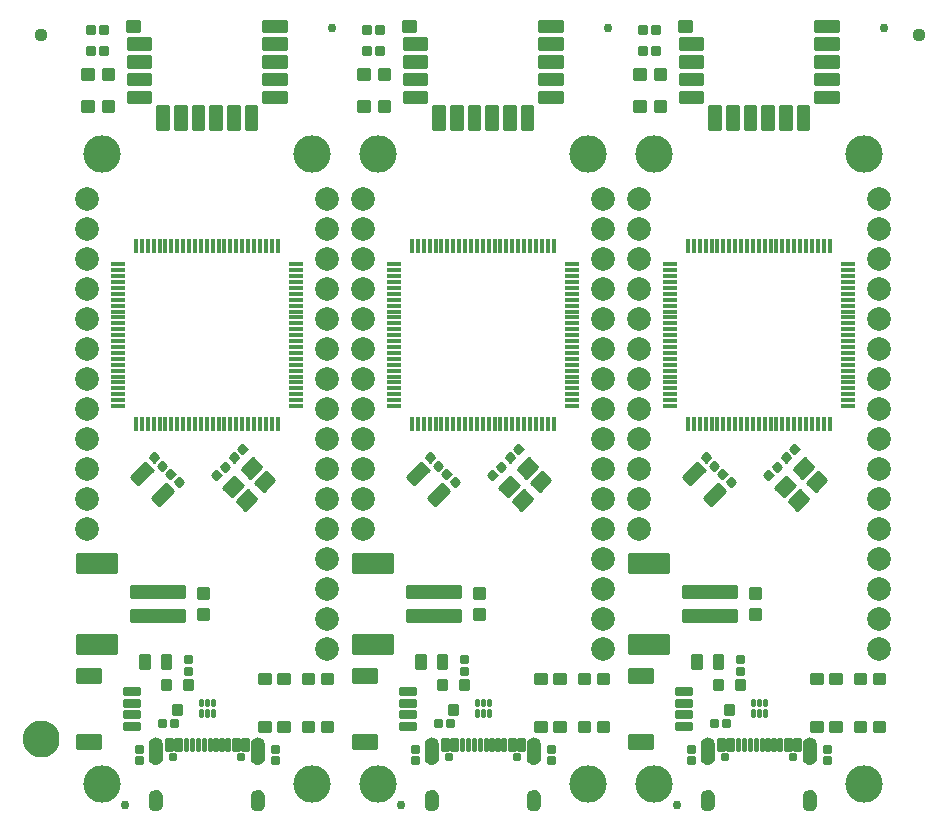
<source format=gts>
G04 EAGLE Gerber RS-274X export*
G75*
%MOMM*%
%FSLAX34Y34*%
%LPD*%
%INSoldermask Top*%
%IPPOS*%
%AMOC8*
5,1,8,0,0,1.08239X$1,22.5*%
G01*
%ADD10C,2.006600*%
%ADD11C,0.230578*%
%ADD12C,0.225369*%
%ADD13C,0.777000*%
%ADD14C,0.229969*%
%ADD15C,0.225400*%
%ADD16C,0.224509*%
%ADD17C,0.428259*%
%ADD18C,0.225588*%
%ADD19C,3.175000*%
%ADD20C,0.762000*%
%ADD21R,0.350000X1.200000*%
%ADD22R,1.200000X0.350000*%
%ADD23C,0.220859*%
%ADD24C,0.225938*%
%ADD25C,0.231559*%
%ADD26C,0.231750*%
%ADD27C,1.127000*%
%ADD28C,1.270000*%
%ADD29C,1.627000*%

G36*
X539744Y41359D02*
X539744Y41359D01*
X539750Y41365D01*
X539755Y41361D01*
X540985Y41726D01*
X540990Y41733D01*
X540995Y41731D01*
X542114Y42361D01*
X542117Y42368D01*
X542123Y42367D01*
X543073Y43230D01*
X543074Y43238D01*
X543080Y43238D01*
X543814Y44291D01*
X543814Y44299D01*
X543819Y44301D01*
X544301Y45491D01*
X544299Y45496D01*
X544303Y45499D01*
X544302Y45500D01*
X544304Y45501D01*
X544509Y46768D01*
X544506Y46773D01*
X544509Y46776D01*
X544509Y58776D01*
X544506Y58780D01*
X544509Y58783D01*
X544354Y59905D01*
X544349Y59910D01*
X544352Y59914D01*
X543981Y60985D01*
X543975Y60989D01*
X543977Y60994D01*
X543404Y61971D01*
X543398Y61974D01*
X543399Y61979D01*
X542646Y62826D01*
X542639Y62828D01*
X542639Y62833D01*
X541736Y63517D01*
X541729Y63517D01*
X541728Y63522D01*
X540709Y64017D01*
X540702Y64015D01*
X540700Y64020D01*
X539603Y64307D01*
X539597Y64304D01*
X539594Y64308D01*
X538463Y64375D01*
X538457Y64375D01*
X537326Y64308D01*
X537321Y64303D01*
X537317Y64307D01*
X536220Y64020D01*
X536216Y64014D01*
X536211Y64017D01*
X535192Y63522D01*
X535189Y63516D01*
X535184Y63517D01*
X534281Y62833D01*
X534279Y62826D01*
X534274Y62826D01*
X533521Y61979D01*
X533521Y61972D01*
X533516Y61971D01*
X532943Y60994D01*
X532944Y60991D01*
X532943Y60990D01*
X532944Y60989D01*
X532944Y60987D01*
X532939Y60985D01*
X532568Y59914D01*
X532570Y59909D01*
X532567Y59907D01*
X532567Y59906D01*
X532566Y59905D01*
X532411Y58783D01*
X532414Y58778D01*
X532411Y58776D01*
X532411Y46776D01*
X532414Y46771D01*
X532411Y46768D01*
X532616Y45501D01*
X532622Y45495D01*
X532619Y45491D01*
X533101Y44301D01*
X533108Y44297D01*
X533106Y44291D01*
X533840Y43238D01*
X533848Y43236D01*
X533847Y43230D01*
X534797Y42367D01*
X534806Y42366D01*
X534806Y42361D01*
X535925Y41731D01*
X535933Y41732D01*
X535935Y41726D01*
X537165Y41361D01*
X537173Y41364D01*
X537176Y41359D01*
X538457Y41277D01*
X538461Y41280D01*
X538463Y41277D01*
X539744Y41359D01*
G37*
G36*
X72384Y41359D02*
X72384Y41359D01*
X72390Y41365D01*
X72395Y41361D01*
X73625Y41726D01*
X73630Y41733D01*
X73635Y41731D01*
X74754Y42361D01*
X74757Y42368D01*
X74763Y42367D01*
X75713Y43230D01*
X75714Y43238D01*
X75720Y43238D01*
X76454Y44291D01*
X76454Y44299D01*
X76459Y44301D01*
X76941Y45491D01*
X76939Y45496D01*
X76943Y45499D01*
X76942Y45500D01*
X76944Y45501D01*
X77149Y46768D01*
X77146Y46773D01*
X77149Y46776D01*
X77149Y58776D01*
X77146Y58780D01*
X77149Y58783D01*
X76994Y59905D01*
X76989Y59910D01*
X76992Y59914D01*
X76621Y60985D01*
X76615Y60989D01*
X76617Y60994D01*
X76044Y61971D01*
X76038Y61974D01*
X76039Y61979D01*
X75286Y62826D01*
X75279Y62828D01*
X75279Y62833D01*
X74376Y63517D01*
X74369Y63517D01*
X74368Y63522D01*
X73349Y64017D01*
X73342Y64015D01*
X73340Y64020D01*
X72243Y64307D01*
X72237Y64304D01*
X72234Y64308D01*
X71103Y64375D01*
X71097Y64375D01*
X69966Y64308D01*
X69961Y64303D01*
X69957Y64307D01*
X68860Y64020D01*
X68856Y64014D01*
X68851Y64017D01*
X67832Y63522D01*
X67829Y63516D01*
X67824Y63517D01*
X66921Y62833D01*
X66919Y62826D01*
X66914Y62826D01*
X66161Y61979D01*
X66161Y61972D01*
X66156Y61971D01*
X65583Y60994D01*
X65584Y60991D01*
X65583Y60990D01*
X65584Y60989D01*
X65584Y60987D01*
X65579Y60985D01*
X65208Y59914D01*
X65210Y59909D01*
X65207Y59907D01*
X65207Y59906D01*
X65206Y59905D01*
X65051Y58783D01*
X65054Y58778D01*
X65051Y58776D01*
X65051Y46776D01*
X65054Y46771D01*
X65051Y46768D01*
X65256Y45501D01*
X65262Y45495D01*
X65259Y45491D01*
X65741Y44301D01*
X65748Y44297D01*
X65746Y44291D01*
X66480Y43238D01*
X66488Y43236D01*
X66487Y43230D01*
X67437Y42367D01*
X67446Y42366D01*
X67446Y42361D01*
X68565Y41731D01*
X68573Y41732D01*
X68575Y41726D01*
X69805Y41361D01*
X69813Y41364D01*
X69816Y41359D01*
X71097Y41277D01*
X71101Y41280D01*
X71103Y41277D01*
X72384Y41359D01*
G37*
G36*
X626144Y41359D02*
X626144Y41359D01*
X626150Y41365D01*
X626155Y41361D01*
X627385Y41726D01*
X627390Y41733D01*
X627395Y41731D01*
X628514Y42361D01*
X628517Y42368D01*
X628523Y42367D01*
X629473Y43230D01*
X629474Y43238D01*
X629480Y43238D01*
X630214Y44291D01*
X630214Y44299D01*
X630219Y44301D01*
X630701Y45491D01*
X630699Y45496D01*
X630703Y45499D01*
X630702Y45500D01*
X630704Y45501D01*
X630909Y46768D01*
X630906Y46773D01*
X630909Y46776D01*
X630909Y58776D01*
X630906Y58780D01*
X630909Y58783D01*
X630754Y59905D01*
X630749Y59910D01*
X630752Y59914D01*
X630381Y60985D01*
X630375Y60989D01*
X630377Y60994D01*
X629804Y61971D01*
X629798Y61974D01*
X629799Y61979D01*
X629046Y62826D01*
X629039Y62828D01*
X629039Y62833D01*
X628136Y63517D01*
X628129Y63517D01*
X628128Y63522D01*
X627109Y64017D01*
X627102Y64015D01*
X627100Y64020D01*
X626003Y64307D01*
X625997Y64304D01*
X625994Y64308D01*
X624863Y64375D01*
X624857Y64375D01*
X623726Y64308D01*
X623721Y64303D01*
X623717Y64307D01*
X622620Y64020D01*
X622616Y64014D01*
X622611Y64017D01*
X621592Y63522D01*
X621589Y63516D01*
X621584Y63517D01*
X620681Y62833D01*
X620679Y62826D01*
X620674Y62826D01*
X619921Y61979D01*
X619921Y61972D01*
X619916Y61971D01*
X619343Y60994D01*
X619344Y60991D01*
X619343Y60990D01*
X619344Y60989D01*
X619344Y60987D01*
X619339Y60985D01*
X618968Y59914D01*
X618970Y59909D01*
X618967Y59907D01*
X618967Y59906D01*
X618966Y59905D01*
X618811Y58783D01*
X618814Y58778D01*
X618811Y58776D01*
X618811Y46776D01*
X618814Y46771D01*
X618811Y46768D01*
X619016Y45501D01*
X619022Y45495D01*
X619019Y45491D01*
X619501Y44301D01*
X619508Y44297D01*
X619506Y44291D01*
X620240Y43238D01*
X620248Y43236D01*
X620247Y43230D01*
X621197Y42367D01*
X621206Y42366D01*
X621206Y42361D01*
X622325Y41731D01*
X622333Y41732D01*
X622335Y41726D01*
X623565Y41361D01*
X623573Y41364D01*
X623576Y41359D01*
X624857Y41277D01*
X624861Y41280D01*
X624863Y41277D01*
X626144Y41359D01*
G37*
G36*
X306064Y41359D02*
X306064Y41359D01*
X306070Y41365D01*
X306075Y41361D01*
X307305Y41726D01*
X307310Y41733D01*
X307315Y41731D01*
X308434Y42361D01*
X308437Y42368D01*
X308443Y42367D01*
X309393Y43230D01*
X309394Y43238D01*
X309400Y43238D01*
X310134Y44291D01*
X310134Y44299D01*
X310139Y44301D01*
X310621Y45491D01*
X310619Y45496D01*
X310623Y45499D01*
X310622Y45500D01*
X310624Y45501D01*
X310829Y46768D01*
X310826Y46773D01*
X310829Y46776D01*
X310829Y58776D01*
X310826Y58780D01*
X310829Y58783D01*
X310674Y59905D01*
X310669Y59910D01*
X310672Y59914D01*
X310301Y60985D01*
X310295Y60989D01*
X310297Y60994D01*
X309724Y61971D01*
X309718Y61974D01*
X309719Y61979D01*
X308966Y62826D01*
X308959Y62828D01*
X308959Y62833D01*
X308056Y63517D01*
X308049Y63517D01*
X308048Y63522D01*
X307029Y64017D01*
X307022Y64015D01*
X307020Y64020D01*
X305923Y64307D01*
X305917Y64304D01*
X305914Y64308D01*
X304783Y64375D01*
X304777Y64375D01*
X303646Y64308D01*
X303641Y64303D01*
X303637Y64307D01*
X302540Y64020D01*
X302536Y64014D01*
X302531Y64017D01*
X301512Y63522D01*
X301509Y63516D01*
X301504Y63517D01*
X300601Y62833D01*
X300599Y62826D01*
X300594Y62826D01*
X299841Y61979D01*
X299841Y61972D01*
X299836Y61971D01*
X299263Y60994D01*
X299264Y60991D01*
X299263Y60990D01*
X299264Y60989D01*
X299264Y60987D01*
X299259Y60985D01*
X298888Y59914D01*
X298890Y59909D01*
X298887Y59907D01*
X298887Y59906D01*
X298886Y59905D01*
X298731Y58783D01*
X298734Y58778D01*
X298731Y58776D01*
X298731Y46776D01*
X298734Y46771D01*
X298731Y46768D01*
X298936Y45501D01*
X298942Y45495D01*
X298939Y45491D01*
X299421Y44301D01*
X299428Y44297D01*
X299426Y44291D01*
X300160Y43238D01*
X300168Y43236D01*
X300167Y43230D01*
X301117Y42367D01*
X301126Y42366D01*
X301126Y42361D01*
X302245Y41731D01*
X302253Y41732D01*
X302255Y41726D01*
X303485Y41361D01*
X303493Y41364D01*
X303496Y41359D01*
X304777Y41277D01*
X304781Y41280D01*
X304783Y41277D01*
X306064Y41359D01*
G37*
G36*
X392464Y41359D02*
X392464Y41359D01*
X392470Y41365D01*
X392475Y41361D01*
X393705Y41726D01*
X393710Y41733D01*
X393715Y41731D01*
X394834Y42361D01*
X394837Y42368D01*
X394843Y42367D01*
X395793Y43230D01*
X395794Y43238D01*
X395800Y43238D01*
X396534Y44291D01*
X396534Y44299D01*
X396539Y44301D01*
X397021Y45491D01*
X397019Y45496D01*
X397023Y45499D01*
X397022Y45500D01*
X397024Y45501D01*
X397229Y46768D01*
X397226Y46773D01*
X397229Y46776D01*
X397229Y58776D01*
X397226Y58780D01*
X397229Y58783D01*
X397074Y59905D01*
X397069Y59910D01*
X397072Y59914D01*
X396701Y60985D01*
X396695Y60989D01*
X396697Y60994D01*
X396124Y61971D01*
X396118Y61974D01*
X396119Y61979D01*
X395366Y62826D01*
X395359Y62828D01*
X395359Y62833D01*
X394456Y63517D01*
X394449Y63517D01*
X394448Y63522D01*
X393429Y64017D01*
X393422Y64015D01*
X393420Y64020D01*
X392323Y64307D01*
X392317Y64304D01*
X392314Y64308D01*
X391183Y64375D01*
X391177Y64375D01*
X390046Y64308D01*
X390041Y64303D01*
X390037Y64307D01*
X388940Y64020D01*
X388936Y64014D01*
X388931Y64017D01*
X387912Y63522D01*
X387909Y63516D01*
X387904Y63517D01*
X387001Y62833D01*
X386999Y62826D01*
X386994Y62826D01*
X386241Y61979D01*
X386241Y61972D01*
X386236Y61971D01*
X385663Y60994D01*
X385664Y60991D01*
X385663Y60990D01*
X385664Y60989D01*
X385664Y60987D01*
X385659Y60985D01*
X385288Y59914D01*
X385290Y59909D01*
X385287Y59907D01*
X385287Y59906D01*
X385286Y59905D01*
X385131Y58783D01*
X385134Y58778D01*
X385131Y58776D01*
X385131Y46776D01*
X385134Y46771D01*
X385131Y46768D01*
X385336Y45501D01*
X385342Y45495D01*
X385339Y45491D01*
X385821Y44301D01*
X385828Y44297D01*
X385826Y44291D01*
X386560Y43238D01*
X386568Y43236D01*
X386567Y43230D01*
X387517Y42367D01*
X387526Y42366D01*
X387526Y42361D01*
X388645Y41731D01*
X388653Y41732D01*
X388655Y41726D01*
X389885Y41361D01*
X389893Y41364D01*
X389896Y41359D01*
X391177Y41277D01*
X391181Y41280D01*
X391183Y41277D01*
X392464Y41359D01*
G37*
G36*
X158784Y41359D02*
X158784Y41359D01*
X158790Y41365D01*
X158795Y41361D01*
X160025Y41726D01*
X160030Y41733D01*
X160035Y41731D01*
X161154Y42361D01*
X161157Y42368D01*
X161163Y42367D01*
X162113Y43230D01*
X162114Y43238D01*
X162120Y43238D01*
X162854Y44291D01*
X162854Y44299D01*
X162859Y44301D01*
X163341Y45491D01*
X163339Y45496D01*
X163343Y45499D01*
X163342Y45500D01*
X163344Y45501D01*
X163549Y46768D01*
X163546Y46773D01*
X163549Y46776D01*
X163549Y58776D01*
X163546Y58780D01*
X163549Y58783D01*
X163394Y59905D01*
X163389Y59910D01*
X163392Y59914D01*
X163021Y60985D01*
X163015Y60989D01*
X163017Y60994D01*
X162444Y61971D01*
X162438Y61974D01*
X162439Y61979D01*
X161686Y62826D01*
X161679Y62828D01*
X161679Y62833D01*
X160776Y63517D01*
X160769Y63517D01*
X160768Y63522D01*
X159749Y64017D01*
X159742Y64015D01*
X159740Y64020D01*
X158643Y64307D01*
X158637Y64304D01*
X158634Y64308D01*
X157503Y64375D01*
X157497Y64375D01*
X156366Y64308D01*
X156361Y64303D01*
X156357Y64307D01*
X155260Y64020D01*
X155256Y64014D01*
X155251Y64017D01*
X154232Y63522D01*
X154229Y63516D01*
X154224Y63517D01*
X153321Y62833D01*
X153319Y62826D01*
X153314Y62826D01*
X152561Y61979D01*
X152561Y61972D01*
X152556Y61971D01*
X151983Y60994D01*
X151984Y60991D01*
X151983Y60990D01*
X151984Y60989D01*
X151984Y60987D01*
X151979Y60985D01*
X151608Y59914D01*
X151610Y59909D01*
X151607Y59907D01*
X151607Y59906D01*
X151606Y59905D01*
X151451Y58783D01*
X151454Y58778D01*
X151451Y58776D01*
X151451Y46776D01*
X151454Y46771D01*
X151451Y46768D01*
X151656Y45501D01*
X151662Y45495D01*
X151659Y45491D01*
X152141Y44301D01*
X152148Y44297D01*
X152146Y44291D01*
X152880Y43238D01*
X152888Y43236D01*
X152887Y43230D01*
X153837Y42367D01*
X153846Y42366D01*
X153846Y42361D01*
X154965Y41731D01*
X154973Y41732D01*
X154975Y41726D01*
X156205Y41361D01*
X156213Y41364D01*
X156216Y41359D01*
X157497Y41277D01*
X157501Y41280D01*
X157503Y41277D01*
X158784Y41359D01*
G37*
G36*
X305951Y2087D02*
X305951Y2087D01*
X305956Y2092D01*
X305960Y2089D01*
X307083Y2424D01*
X307087Y2430D01*
X307091Y2428D01*
X308127Y2976D01*
X308130Y2982D01*
X308135Y2981D01*
X309043Y3720D01*
X309045Y3727D01*
X309050Y3727D01*
X309797Y4629D01*
X309797Y4637D01*
X309803Y4637D01*
X310359Y5668D01*
X310358Y5675D01*
X310363Y5677D01*
X310707Y6796D01*
X310705Y6803D01*
X310709Y6806D01*
X310829Y7971D01*
X310827Y7974D01*
X310829Y7976D01*
X310829Y13976D01*
X310827Y13979D01*
X310829Y13981D01*
X310718Y15157D01*
X310713Y15162D01*
X310716Y15166D01*
X310378Y16298D01*
X310372Y16302D01*
X310374Y16307D01*
X309822Y17351D01*
X309815Y17354D01*
X309817Y17359D01*
X309071Y18275D01*
X309064Y18276D01*
X309064Y18282D01*
X308155Y19035D01*
X308147Y19035D01*
X308147Y19040D01*
X307107Y19601D01*
X307100Y19600D01*
X307098Y19605D01*
X305969Y19952D01*
X305963Y19950D01*
X305960Y19954D01*
X304785Y20075D01*
X304778Y20071D01*
X304774Y20075D01*
X303434Y19918D01*
X303428Y19913D01*
X303423Y19916D01*
X302152Y19465D01*
X302147Y19458D01*
X302142Y19460D01*
X301003Y18738D01*
X301000Y18730D01*
X300994Y18731D01*
X300044Y17773D01*
X300043Y17765D01*
X300037Y17764D01*
X299324Y16619D01*
X299325Y16611D01*
X299319Y16609D01*
X298879Y15333D01*
X298881Y15326D01*
X298877Y15323D01*
X298731Y13981D01*
X298733Y13978D01*
X298731Y13976D01*
X298731Y7976D01*
X298733Y7973D01*
X298731Y7970D01*
X298886Y6641D01*
X298892Y6635D01*
X298889Y6631D01*
X299336Y5370D01*
X299343Y5365D01*
X299341Y5360D01*
X300058Y4230D01*
X300065Y4227D01*
X300064Y4221D01*
X301015Y3279D01*
X301023Y3278D01*
X301023Y3272D01*
X302159Y2565D01*
X302167Y2566D01*
X302169Y2560D01*
X303434Y2124D01*
X303439Y2125D01*
X303440Y2125D01*
X303443Y2125D01*
X303445Y2121D01*
X304775Y1977D01*
X304781Y1981D01*
X304785Y1977D01*
X305951Y2087D01*
G37*
G36*
X539631Y2087D02*
X539631Y2087D01*
X539636Y2092D01*
X539640Y2089D01*
X540763Y2424D01*
X540767Y2430D01*
X540771Y2428D01*
X541807Y2976D01*
X541810Y2982D01*
X541815Y2981D01*
X542723Y3720D01*
X542725Y3727D01*
X542730Y3727D01*
X543477Y4629D01*
X543477Y4637D01*
X543483Y4637D01*
X544039Y5668D01*
X544038Y5675D01*
X544043Y5677D01*
X544387Y6796D01*
X544385Y6803D01*
X544389Y6806D01*
X544509Y7971D01*
X544507Y7974D01*
X544509Y7976D01*
X544509Y13976D01*
X544507Y13979D01*
X544509Y13981D01*
X544398Y15157D01*
X544393Y15162D01*
X544396Y15166D01*
X544058Y16298D01*
X544052Y16302D01*
X544054Y16307D01*
X543502Y17351D01*
X543495Y17354D01*
X543497Y17359D01*
X542751Y18275D01*
X542744Y18276D01*
X542744Y18282D01*
X541835Y19035D01*
X541827Y19035D01*
X541827Y19040D01*
X540787Y19601D01*
X540780Y19600D01*
X540778Y19605D01*
X539649Y19952D01*
X539643Y19950D01*
X539640Y19954D01*
X538465Y20075D01*
X538458Y20071D01*
X538454Y20075D01*
X537114Y19918D01*
X537108Y19913D01*
X537103Y19916D01*
X535832Y19465D01*
X535827Y19458D01*
X535822Y19460D01*
X534683Y18738D01*
X534680Y18730D01*
X534674Y18731D01*
X533724Y17773D01*
X533723Y17765D01*
X533717Y17764D01*
X533004Y16619D01*
X533005Y16611D01*
X532999Y16609D01*
X532559Y15333D01*
X532561Y15326D01*
X532557Y15323D01*
X532411Y13981D01*
X532413Y13978D01*
X532411Y13976D01*
X532411Y7976D01*
X532413Y7973D01*
X532411Y7970D01*
X532566Y6641D01*
X532572Y6635D01*
X532569Y6631D01*
X533016Y5370D01*
X533023Y5365D01*
X533021Y5360D01*
X533738Y4230D01*
X533745Y4227D01*
X533744Y4221D01*
X534695Y3279D01*
X534703Y3278D01*
X534703Y3272D01*
X535839Y2565D01*
X535847Y2566D01*
X535849Y2560D01*
X537114Y2124D01*
X537119Y2125D01*
X537120Y2125D01*
X537123Y2125D01*
X537125Y2121D01*
X538455Y1977D01*
X538461Y1981D01*
X538465Y1977D01*
X539631Y2087D01*
G37*
G36*
X392351Y2087D02*
X392351Y2087D01*
X392356Y2092D01*
X392360Y2089D01*
X393483Y2424D01*
X393487Y2430D01*
X393491Y2428D01*
X394527Y2976D01*
X394530Y2982D01*
X394535Y2981D01*
X395443Y3720D01*
X395445Y3727D01*
X395450Y3727D01*
X396197Y4629D01*
X396197Y4637D01*
X396203Y4637D01*
X396759Y5668D01*
X396758Y5675D01*
X396763Y5677D01*
X397107Y6796D01*
X397105Y6803D01*
X397109Y6806D01*
X397229Y7971D01*
X397227Y7974D01*
X397229Y7976D01*
X397229Y13976D01*
X397227Y13979D01*
X397229Y13981D01*
X397118Y15157D01*
X397113Y15162D01*
X397116Y15166D01*
X396778Y16298D01*
X396772Y16302D01*
X396774Y16307D01*
X396222Y17351D01*
X396215Y17354D01*
X396217Y17359D01*
X395471Y18275D01*
X395464Y18276D01*
X395464Y18282D01*
X394555Y19035D01*
X394547Y19035D01*
X394547Y19040D01*
X393507Y19601D01*
X393500Y19600D01*
X393498Y19605D01*
X392369Y19952D01*
X392363Y19950D01*
X392360Y19954D01*
X391185Y20075D01*
X391178Y20071D01*
X391174Y20075D01*
X389834Y19918D01*
X389828Y19913D01*
X389823Y19916D01*
X388552Y19465D01*
X388547Y19458D01*
X388542Y19460D01*
X387403Y18738D01*
X387400Y18730D01*
X387394Y18731D01*
X386444Y17773D01*
X386443Y17765D01*
X386437Y17764D01*
X385724Y16619D01*
X385725Y16611D01*
X385719Y16609D01*
X385279Y15333D01*
X385281Y15326D01*
X385277Y15323D01*
X385131Y13981D01*
X385133Y13978D01*
X385131Y13976D01*
X385131Y7976D01*
X385133Y7973D01*
X385131Y7970D01*
X385286Y6641D01*
X385292Y6635D01*
X385289Y6631D01*
X385736Y5370D01*
X385743Y5365D01*
X385741Y5360D01*
X386458Y4230D01*
X386465Y4227D01*
X386464Y4221D01*
X387415Y3279D01*
X387423Y3278D01*
X387423Y3272D01*
X388559Y2565D01*
X388567Y2566D01*
X388569Y2560D01*
X389834Y2124D01*
X389839Y2125D01*
X389840Y2125D01*
X389843Y2125D01*
X389845Y2121D01*
X391175Y1977D01*
X391181Y1981D01*
X391185Y1977D01*
X392351Y2087D01*
G37*
G36*
X72271Y2087D02*
X72271Y2087D01*
X72276Y2092D01*
X72280Y2089D01*
X73403Y2424D01*
X73407Y2430D01*
X73411Y2428D01*
X74447Y2976D01*
X74450Y2982D01*
X74455Y2981D01*
X75363Y3720D01*
X75365Y3727D01*
X75370Y3727D01*
X76117Y4629D01*
X76117Y4637D01*
X76123Y4637D01*
X76679Y5668D01*
X76678Y5675D01*
X76683Y5677D01*
X77027Y6796D01*
X77025Y6803D01*
X77029Y6806D01*
X77149Y7971D01*
X77147Y7974D01*
X77149Y7976D01*
X77149Y13976D01*
X77147Y13979D01*
X77149Y13981D01*
X77038Y15157D01*
X77033Y15162D01*
X77036Y15166D01*
X76698Y16298D01*
X76692Y16302D01*
X76694Y16307D01*
X76142Y17351D01*
X76135Y17354D01*
X76137Y17359D01*
X75391Y18275D01*
X75384Y18276D01*
X75384Y18282D01*
X74475Y19035D01*
X74467Y19035D01*
X74467Y19040D01*
X73427Y19601D01*
X73420Y19600D01*
X73418Y19605D01*
X72289Y19952D01*
X72283Y19950D01*
X72280Y19954D01*
X71105Y20075D01*
X71098Y20071D01*
X71094Y20075D01*
X69754Y19918D01*
X69748Y19913D01*
X69743Y19916D01*
X68472Y19465D01*
X68467Y19458D01*
X68462Y19460D01*
X67323Y18738D01*
X67320Y18730D01*
X67314Y18731D01*
X66364Y17773D01*
X66363Y17765D01*
X66357Y17764D01*
X65644Y16619D01*
X65645Y16611D01*
X65639Y16609D01*
X65199Y15333D01*
X65201Y15326D01*
X65197Y15323D01*
X65051Y13981D01*
X65053Y13978D01*
X65051Y13976D01*
X65051Y7976D01*
X65053Y7973D01*
X65051Y7970D01*
X65206Y6641D01*
X65212Y6635D01*
X65209Y6631D01*
X65656Y5370D01*
X65663Y5365D01*
X65661Y5360D01*
X66378Y4230D01*
X66385Y4227D01*
X66384Y4221D01*
X67335Y3279D01*
X67343Y3278D01*
X67343Y3272D01*
X68479Y2565D01*
X68487Y2566D01*
X68489Y2560D01*
X69754Y2124D01*
X69759Y2125D01*
X69760Y2125D01*
X69763Y2125D01*
X69765Y2121D01*
X71095Y1977D01*
X71101Y1981D01*
X71105Y1977D01*
X72271Y2087D01*
G37*
G36*
X158671Y2087D02*
X158671Y2087D01*
X158676Y2092D01*
X158680Y2089D01*
X159803Y2424D01*
X159807Y2430D01*
X159811Y2428D01*
X160847Y2976D01*
X160850Y2982D01*
X160855Y2981D01*
X161763Y3720D01*
X161765Y3727D01*
X161770Y3727D01*
X162517Y4629D01*
X162517Y4637D01*
X162523Y4637D01*
X163079Y5668D01*
X163078Y5675D01*
X163083Y5677D01*
X163427Y6796D01*
X163425Y6803D01*
X163429Y6806D01*
X163549Y7971D01*
X163547Y7974D01*
X163549Y7976D01*
X163549Y13976D01*
X163547Y13979D01*
X163549Y13981D01*
X163438Y15157D01*
X163433Y15162D01*
X163436Y15166D01*
X163098Y16298D01*
X163092Y16302D01*
X163094Y16307D01*
X162542Y17351D01*
X162535Y17354D01*
X162537Y17359D01*
X161791Y18275D01*
X161784Y18276D01*
X161784Y18282D01*
X160875Y19035D01*
X160867Y19035D01*
X160867Y19040D01*
X159827Y19601D01*
X159820Y19600D01*
X159818Y19605D01*
X158689Y19952D01*
X158683Y19950D01*
X158680Y19954D01*
X157505Y20075D01*
X157498Y20071D01*
X157494Y20075D01*
X156154Y19918D01*
X156148Y19913D01*
X156143Y19916D01*
X154872Y19465D01*
X154867Y19458D01*
X154862Y19460D01*
X153723Y18738D01*
X153720Y18730D01*
X153714Y18731D01*
X152764Y17773D01*
X152763Y17765D01*
X152757Y17764D01*
X152044Y16619D01*
X152045Y16611D01*
X152039Y16609D01*
X151599Y15333D01*
X151601Y15326D01*
X151597Y15323D01*
X151451Y13981D01*
X151453Y13978D01*
X151451Y13976D01*
X151451Y7976D01*
X151453Y7973D01*
X151451Y7970D01*
X151606Y6641D01*
X151612Y6635D01*
X151609Y6631D01*
X152056Y5370D01*
X152063Y5365D01*
X152061Y5360D01*
X152778Y4230D01*
X152785Y4227D01*
X152784Y4221D01*
X153735Y3279D01*
X153743Y3278D01*
X153743Y3272D01*
X154879Y2565D01*
X154887Y2566D01*
X154889Y2560D01*
X156154Y2124D01*
X156159Y2125D01*
X156160Y2125D01*
X156163Y2125D01*
X156165Y2121D01*
X157495Y1977D01*
X157501Y1981D01*
X157505Y1977D01*
X158671Y2087D01*
G37*
G36*
X626031Y2087D02*
X626031Y2087D01*
X626036Y2092D01*
X626040Y2089D01*
X627163Y2424D01*
X627167Y2430D01*
X627171Y2428D01*
X628207Y2976D01*
X628210Y2982D01*
X628215Y2981D01*
X629123Y3720D01*
X629125Y3727D01*
X629130Y3727D01*
X629877Y4629D01*
X629877Y4637D01*
X629883Y4637D01*
X630439Y5668D01*
X630438Y5675D01*
X630443Y5677D01*
X630787Y6796D01*
X630785Y6803D01*
X630789Y6806D01*
X630909Y7971D01*
X630907Y7974D01*
X630909Y7976D01*
X630909Y13976D01*
X630907Y13979D01*
X630909Y13981D01*
X630798Y15157D01*
X630793Y15162D01*
X630796Y15166D01*
X630458Y16298D01*
X630452Y16302D01*
X630454Y16307D01*
X629902Y17351D01*
X629895Y17354D01*
X629897Y17359D01*
X629151Y18275D01*
X629144Y18276D01*
X629144Y18282D01*
X628235Y19035D01*
X628227Y19035D01*
X628227Y19040D01*
X627187Y19601D01*
X627180Y19600D01*
X627178Y19605D01*
X626049Y19952D01*
X626043Y19950D01*
X626040Y19954D01*
X624865Y20075D01*
X624858Y20071D01*
X624854Y20075D01*
X623514Y19918D01*
X623508Y19913D01*
X623503Y19916D01*
X622232Y19465D01*
X622227Y19458D01*
X622222Y19460D01*
X621083Y18738D01*
X621080Y18730D01*
X621074Y18731D01*
X620124Y17773D01*
X620123Y17765D01*
X620117Y17764D01*
X619404Y16619D01*
X619405Y16611D01*
X619399Y16609D01*
X618959Y15333D01*
X618961Y15326D01*
X618957Y15323D01*
X618811Y13981D01*
X618813Y13978D01*
X618811Y13976D01*
X618811Y7976D01*
X618813Y7973D01*
X618811Y7970D01*
X618966Y6641D01*
X618972Y6635D01*
X618969Y6631D01*
X619416Y5370D01*
X619423Y5365D01*
X619421Y5360D01*
X620138Y4230D01*
X620145Y4227D01*
X620144Y4221D01*
X621095Y3279D01*
X621103Y3278D01*
X621103Y3272D01*
X622239Y2565D01*
X622247Y2566D01*
X622249Y2560D01*
X623514Y2124D01*
X623519Y2125D01*
X623520Y2125D01*
X623523Y2125D01*
X623525Y2121D01*
X624855Y1977D01*
X624861Y1981D01*
X624865Y1977D01*
X626031Y2087D01*
G37*
D10*
X215900Y520700D03*
X215900Y495300D03*
X215900Y469900D03*
X215900Y444500D03*
X215900Y419100D03*
X215900Y393700D03*
X215900Y368300D03*
X215900Y342900D03*
X215900Y317500D03*
X215900Y292100D03*
X215900Y266700D03*
X215900Y241300D03*
X215900Y215900D03*
X215900Y190500D03*
X215900Y165100D03*
X215900Y139700D03*
X12700Y241300D03*
X12700Y266700D03*
X12700Y292100D03*
X12700Y317500D03*
X12700Y342900D03*
X12700Y368300D03*
X12700Y393700D03*
X12700Y419100D03*
X12700Y444500D03*
X12700Y469900D03*
X12700Y495300D03*
X12700Y520700D03*
D11*
X120818Y54094D02*
X122782Y54094D01*
X120818Y54094D02*
X120818Y63058D01*
X122782Y63058D01*
X122782Y54094D01*
X122782Y56285D02*
X120818Y56285D01*
X120818Y58476D02*
X122782Y58476D01*
X122782Y60667D02*
X120818Y60667D01*
X120818Y62858D02*
X122782Y62858D01*
X117782Y54094D02*
X115818Y54094D01*
X115818Y63058D01*
X117782Y63058D01*
X117782Y54094D01*
X117782Y56285D02*
X115818Y56285D01*
X115818Y58476D02*
X117782Y58476D01*
X117782Y60667D02*
X115818Y60667D01*
X115818Y62858D02*
X117782Y62858D01*
D12*
X144042Y54068D02*
X149058Y54068D01*
X144042Y54068D02*
X144042Y63084D01*
X149058Y63084D01*
X149058Y54068D01*
X149058Y56209D02*
X144042Y56209D01*
X144042Y58350D02*
X149058Y58350D01*
X149058Y60491D02*
X144042Y60491D01*
X144042Y62632D02*
X149058Y62632D01*
X141308Y54068D02*
X136292Y54068D01*
X136292Y63084D01*
X141308Y63084D01*
X141308Y54068D01*
X141308Y56209D02*
X136292Y56209D01*
X136292Y58350D02*
X141308Y58350D01*
X141308Y60491D02*
X136292Y60491D01*
X136292Y62632D02*
X141308Y62632D01*
D11*
X132782Y54094D02*
X130818Y54094D01*
X130818Y63058D01*
X132782Y63058D01*
X132782Y54094D01*
X132782Y56285D02*
X130818Y56285D01*
X130818Y58476D02*
X132782Y58476D01*
X132782Y60667D02*
X130818Y60667D01*
X130818Y62858D02*
X132782Y62858D01*
X127782Y54094D02*
X125818Y54094D01*
X125818Y63058D01*
X127782Y63058D01*
X127782Y54094D01*
X127782Y56285D02*
X125818Y56285D01*
X125818Y58476D02*
X127782Y58476D01*
X127782Y60667D02*
X125818Y60667D01*
X125818Y62858D02*
X127782Y62858D01*
X107782Y63058D02*
X105818Y63058D01*
X107782Y63058D02*
X107782Y54094D01*
X105818Y54094D01*
X105818Y63058D01*
X105818Y56285D02*
X107782Y56285D01*
X107782Y58476D02*
X105818Y58476D01*
X105818Y60667D02*
X107782Y60667D01*
X107782Y62858D02*
X105818Y62858D01*
X110818Y63058D02*
X112782Y63058D01*
X112782Y54094D01*
X110818Y54094D01*
X110818Y63058D01*
X110818Y56285D02*
X112782Y56285D01*
X112782Y58476D02*
X110818Y58476D01*
X110818Y60667D02*
X112782Y60667D01*
X112782Y62858D02*
X110818Y62858D01*
D12*
X84558Y63084D02*
X79542Y63084D01*
X84558Y63084D02*
X84558Y54068D01*
X79542Y54068D01*
X79542Y63084D01*
X79542Y56209D02*
X84558Y56209D01*
X84558Y58350D02*
X79542Y58350D01*
X79542Y60491D02*
X84558Y60491D01*
X84558Y62632D02*
X79542Y62632D01*
X87292Y63084D02*
X92308Y63084D01*
X92308Y54068D01*
X87292Y54068D01*
X87292Y63084D01*
X87292Y56209D02*
X92308Y56209D01*
X92308Y58350D02*
X87292Y58350D01*
X87292Y60491D02*
X92308Y60491D01*
X92308Y62632D02*
X87292Y62632D01*
D11*
X95818Y63058D02*
X97782Y63058D01*
X97782Y54094D01*
X95818Y54094D01*
X95818Y63058D01*
X95818Y56285D02*
X97782Y56285D01*
X97782Y58476D02*
X95818Y58476D01*
X95818Y60667D02*
X97782Y60667D01*
X97782Y62858D02*
X95818Y62858D01*
X100818Y63058D02*
X102782Y63058D01*
X102782Y54094D01*
X100818Y54094D01*
X100818Y63058D01*
X100818Y56285D02*
X102782Y56285D01*
X102782Y58476D02*
X100818Y58476D01*
X100818Y60667D02*
X102782Y60667D01*
X102782Y62858D02*
X100818Y62858D01*
D13*
X85400Y47526D03*
X143200Y47526D03*
D14*
X110035Y82915D02*
X110035Y87985D01*
X110035Y82915D02*
X108565Y82915D01*
X108565Y87985D01*
X110035Y87985D01*
X110035Y85100D02*
X108565Y85100D01*
X108565Y87285D02*
X110035Y87285D01*
X115035Y87485D02*
X115035Y82915D01*
X113565Y82915D01*
X113565Y87485D01*
X115035Y87485D01*
X115035Y85100D02*
X113565Y85100D01*
X113565Y87285D02*
X115035Y87285D01*
X120035Y87485D02*
X120035Y82915D01*
X118565Y82915D01*
X118565Y87485D01*
X120035Y87485D01*
X120035Y85100D02*
X118565Y85100D01*
X118565Y87285D02*
X120035Y87285D01*
X118565Y91515D02*
X118565Y96085D01*
X120035Y96085D01*
X120035Y91515D01*
X118565Y91515D01*
X118565Y93700D02*
X120035Y93700D01*
X120035Y95885D02*
X118565Y95885D01*
X113565Y96085D02*
X113565Y91515D01*
X113565Y96085D02*
X115035Y96085D01*
X115035Y91515D01*
X113565Y91515D01*
X113565Y93700D02*
X115035Y93700D01*
X115035Y95885D02*
X113565Y95885D01*
X108565Y96085D02*
X108565Y91515D01*
X108565Y96085D02*
X110035Y96085D01*
X110035Y91515D01*
X108565Y91515D01*
X108565Y93700D02*
X110035Y93700D01*
X110035Y95885D02*
X108565Y95885D01*
D15*
X95068Y163292D02*
X95068Y172308D01*
X95068Y163292D02*
X50052Y163292D01*
X50052Y172308D01*
X95068Y172308D01*
X95068Y165433D02*
X50052Y165433D01*
X50052Y167574D02*
X95068Y167574D01*
X95068Y169715D02*
X50052Y169715D01*
X50052Y171856D02*
X95068Y171856D01*
X95068Y183292D02*
X95068Y192308D01*
X95068Y183292D02*
X50052Y183292D01*
X50052Y192308D01*
X95068Y192308D01*
X95068Y185433D02*
X50052Y185433D01*
X50052Y187574D02*
X95068Y187574D01*
X95068Y189715D02*
X50052Y189715D01*
X50052Y191856D02*
X95068Y191856D01*
D16*
X37073Y151313D02*
X4047Y151313D01*
X37073Y151313D02*
X37073Y136287D01*
X4047Y136287D01*
X4047Y151313D01*
X4047Y138420D02*
X37073Y138420D01*
X37073Y140553D02*
X4047Y140553D01*
X4047Y142686D02*
X37073Y142686D01*
X37073Y144819D02*
X4047Y144819D01*
X4047Y146952D02*
X37073Y146952D01*
X37073Y149085D02*
X4047Y149085D01*
X4047Y151218D02*
X37073Y151218D01*
X37073Y219313D02*
X4047Y219313D01*
X37073Y219313D02*
X37073Y204287D01*
X4047Y204287D01*
X4047Y219313D01*
X4047Y206420D02*
X37073Y206420D01*
X37073Y208553D02*
X4047Y208553D01*
X4047Y210686D02*
X37073Y210686D01*
X37073Y212819D02*
X4047Y212819D01*
X4047Y214952D02*
X37073Y214952D01*
X37073Y217085D02*
X4047Y217085D01*
X4047Y219218D02*
X37073Y219218D01*
D17*
X107506Y172524D02*
X114494Y172524D01*
X114494Y165536D01*
X107506Y165536D01*
X107506Y172524D01*
X107506Y169605D02*
X114494Y169605D01*
X114494Y190064D02*
X107506Y190064D01*
X114494Y190064D02*
X114494Y183076D01*
X107506Y183076D01*
X107506Y190064D01*
X107506Y187145D02*
X114494Y187145D01*
D12*
X169492Y57508D02*
X169492Y52492D01*
X169492Y57508D02*
X174508Y57508D01*
X174508Y52492D01*
X169492Y52492D01*
X169492Y54633D02*
X174508Y54633D01*
X174508Y56774D02*
X169492Y56774D01*
X169492Y47508D02*
X169492Y42492D01*
X169492Y47508D02*
X174508Y47508D01*
X174508Y42492D01*
X169492Y42492D01*
X169492Y44633D02*
X174508Y44633D01*
X174508Y46774D02*
X169492Y46774D01*
X54492Y52492D02*
X54492Y57508D01*
X59508Y57508D01*
X59508Y52492D01*
X54492Y52492D01*
X54492Y54633D02*
X59508Y54633D01*
X59508Y56774D02*
X54492Y56774D01*
X54492Y47508D02*
X54492Y42492D01*
X54492Y47508D02*
X59508Y47508D01*
X59508Y42492D01*
X54492Y42492D01*
X54492Y44633D02*
X59508Y44633D01*
X59508Y46774D02*
X54492Y46774D01*
D18*
X4543Y111393D02*
X4543Y122407D01*
X23557Y122407D01*
X23557Y111393D01*
X4543Y111393D01*
X4543Y113536D02*
X23557Y113536D01*
X23557Y115679D02*
X4543Y115679D01*
X4543Y117822D02*
X23557Y117822D01*
X23557Y119965D02*
X4543Y119965D01*
X4543Y122108D02*
X23557Y122108D01*
X4543Y66407D02*
X4543Y55393D01*
X4543Y66407D02*
X23557Y66407D01*
X23557Y55393D01*
X4543Y55393D01*
X4543Y57536D02*
X23557Y57536D01*
X23557Y59679D02*
X4543Y59679D01*
X4543Y61822D02*
X23557Y61822D01*
X23557Y63965D02*
X4543Y63965D01*
X4543Y66108D02*
X23557Y66108D01*
D12*
X44542Y101392D02*
X44542Y106408D01*
X57058Y106408D01*
X57058Y101392D01*
X44542Y101392D01*
X44542Y103533D02*
X57058Y103533D01*
X57058Y105674D02*
X44542Y105674D01*
X44542Y96408D02*
X44542Y91392D01*
X44542Y96408D02*
X57058Y96408D01*
X57058Y91392D01*
X44542Y91392D01*
X44542Y93533D02*
X57058Y93533D01*
X57058Y95674D02*
X44542Y95674D01*
X44542Y86408D02*
X44542Y81392D01*
X44542Y86408D02*
X57058Y86408D01*
X57058Y81392D01*
X44542Y81392D01*
X44542Y83533D02*
X57058Y83533D01*
X57058Y85674D02*
X44542Y85674D01*
X44542Y76408D02*
X44542Y71392D01*
X44542Y76408D02*
X57058Y76408D01*
X57058Y71392D01*
X44542Y71392D01*
X44542Y73533D02*
X57058Y73533D01*
X57058Y75674D02*
X44542Y75674D01*
D19*
X25400Y25400D03*
X203200Y25400D03*
D20*
X45000Y7500D03*
X220000Y665000D03*
D15*
X56808Y662292D02*
X56808Y671308D01*
X56808Y662292D02*
X46792Y662292D01*
X46792Y671308D01*
X56808Y671308D01*
X56808Y664433D02*
X46792Y664433D01*
X46792Y666574D02*
X56808Y666574D01*
X56808Y668715D02*
X46792Y668715D01*
X46792Y670856D02*
X56808Y670856D01*
X66308Y656308D02*
X66308Y647292D01*
X47292Y647292D01*
X47292Y656308D01*
X66308Y656308D01*
X66308Y649433D02*
X47292Y649433D01*
X47292Y651574D02*
X66308Y651574D01*
X66308Y653715D02*
X47292Y653715D01*
X47292Y655856D02*
X66308Y655856D01*
X66308Y641308D02*
X66308Y632292D01*
X47292Y632292D01*
X47292Y641308D01*
X66308Y641308D01*
X66308Y634433D02*
X47292Y634433D01*
X47292Y636574D02*
X66308Y636574D01*
X66308Y638715D02*
X47292Y638715D01*
X47292Y640856D02*
X66308Y640856D01*
X66308Y626308D02*
X66308Y617292D01*
X47292Y617292D01*
X47292Y626308D01*
X66308Y626308D01*
X66308Y619433D02*
X47292Y619433D01*
X47292Y621574D02*
X66308Y621574D01*
X66308Y623715D02*
X47292Y623715D01*
X47292Y625856D02*
X66308Y625856D01*
X66308Y611308D02*
X66308Y602292D01*
X47292Y602292D01*
X47292Y611308D01*
X66308Y611308D01*
X66308Y604433D02*
X47292Y604433D01*
X47292Y606574D02*
X66308Y606574D01*
X66308Y608715D02*
X47292Y608715D01*
X47292Y610856D02*
X66308Y610856D01*
X72292Y598808D02*
X81308Y598808D01*
X81308Y579792D01*
X72292Y579792D01*
X72292Y598808D01*
X72292Y581933D02*
X81308Y581933D01*
X81308Y584074D02*
X72292Y584074D01*
X72292Y586215D02*
X81308Y586215D01*
X81308Y588356D02*
X72292Y588356D01*
X72292Y590497D02*
X81308Y590497D01*
X81308Y592638D02*
X72292Y592638D01*
X72292Y594779D02*
X81308Y594779D01*
X81308Y596920D02*
X72292Y596920D01*
X87292Y598808D02*
X96308Y598808D01*
X96308Y579792D01*
X87292Y579792D01*
X87292Y598808D01*
X87292Y581933D02*
X96308Y581933D01*
X96308Y584074D02*
X87292Y584074D01*
X87292Y586215D02*
X96308Y586215D01*
X96308Y588356D02*
X87292Y588356D01*
X87292Y590497D02*
X96308Y590497D01*
X96308Y592638D02*
X87292Y592638D01*
X87292Y594779D02*
X96308Y594779D01*
X96308Y596920D02*
X87292Y596920D01*
X102292Y598808D02*
X111308Y598808D01*
X111308Y579792D01*
X102292Y579792D01*
X102292Y598808D01*
X102292Y581933D02*
X111308Y581933D01*
X111308Y584074D02*
X102292Y584074D01*
X102292Y586215D02*
X111308Y586215D01*
X111308Y588356D02*
X102292Y588356D01*
X102292Y590497D02*
X111308Y590497D01*
X111308Y592638D02*
X102292Y592638D01*
X102292Y594779D02*
X111308Y594779D01*
X111308Y596920D02*
X102292Y596920D01*
X117292Y598808D02*
X126308Y598808D01*
X126308Y579792D01*
X117292Y579792D01*
X117292Y598808D01*
X117292Y581933D02*
X126308Y581933D01*
X126308Y584074D02*
X117292Y584074D01*
X117292Y586215D02*
X126308Y586215D01*
X126308Y588356D02*
X117292Y588356D01*
X117292Y590497D02*
X126308Y590497D01*
X126308Y592638D02*
X117292Y592638D01*
X117292Y594779D02*
X126308Y594779D01*
X126308Y596920D02*
X117292Y596920D01*
X132292Y598808D02*
X141308Y598808D01*
X141308Y579792D01*
X132292Y579792D01*
X132292Y598808D01*
X132292Y581933D02*
X141308Y581933D01*
X141308Y584074D02*
X132292Y584074D01*
X132292Y586215D02*
X141308Y586215D01*
X141308Y588356D02*
X132292Y588356D01*
X132292Y590497D02*
X141308Y590497D01*
X141308Y592638D02*
X132292Y592638D01*
X132292Y594779D02*
X141308Y594779D01*
X141308Y596920D02*
X132292Y596920D01*
X147292Y598808D02*
X156308Y598808D01*
X156308Y579792D01*
X147292Y579792D01*
X147292Y598808D01*
X147292Y581933D02*
X156308Y581933D01*
X156308Y584074D02*
X147292Y584074D01*
X147292Y586215D02*
X156308Y586215D01*
X156308Y588356D02*
X147292Y588356D01*
X147292Y590497D02*
X156308Y590497D01*
X156308Y592638D02*
X147292Y592638D01*
X147292Y594779D02*
X156308Y594779D01*
X156308Y596920D02*
X147292Y596920D01*
X162292Y602292D02*
X162292Y611308D01*
X181308Y611308D01*
X181308Y602292D01*
X162292Y602292D01*
X162292Y604433D02*
X181308Y604433D01*
X181308Y606574D02*
X162292Y606574D01*
X162292Y608715D02*
X181308Y608715D01*
X181308Y610856D02*
X162292Y610856D01*
X162292Y617292D02*
X162292Y626308D01*
X181308Y626308D01*
X181308Y617292D01*
X162292Y617292D01*
X162292Y619433D02*
X181308Y619433D01*
X181308Y621574D02*
X162292Y621574D01*
X162292Y623715D02*
X181308Y623715D01*
X181308Y625856D02*
X162292Y625856D01*
X162292Y632292D02*
X162292Y641308D01*
X181308Y641308D01*
X181308Y632292D01*
X162292Y632292D01*
X162292Y634433D02*
X181308Y634433D01*
X181308Y636574D02*
X162292Y636574D01*
X162292Y638715D02*
X181308Y638715D01*
X181308Y640856D02*
X162292Y640856D01*
X162292Y647292D02*
X162292Y656308D01*
X181308Y656308D01*
X181308Y647292D01*
X162292Y647292D01*
X162292Y649433D02*
X181308Y649433D01*
X181308Y651574D02*
X162292Y651574D01*
X162292Y653715D02*
X181308Y653715D01*
X181308Y655856D02*
X162292Y655856D01*
X162292Y662292D02*
X162292Y671308D01*
X181308Y671308D01*
X181308Y662292D01*
X162292Y662292D01*
X162292Y664433D02*
X181308Y664433D01*
X181308Y666574D02*
X162292Y666574D01*
X162292Y668715D02*
X181308Y668715D01*
X181308Y670856D02*
X162292Y670856D01*
D21*
X54300Y329500D03*
X59300Y329500D03*
X64300Y329500D03*
X69300Y329500D03*
X74300Y329500D03*
X79300Y329500D03*
X84300Y329500D03*
X89300Y329500D03*
X94300Y329500D03*
X99300Y329500D03*
X104300Y329500D03*
X109300Y329500D03*
X114300Y329500D03*
X119300Y329500D03*
X124300Y329500D03*
X129300Y329500D03*
X134300Y329500D03*
X139300Y329500D03*
X144300Y329500D03*
X149300Y329500D03*
X154300Y329500D03*
X159300Y329500D03*
X164300Y329500D03*
X169300Y329500D03*
X174300Y329500D03*
D22*
X189800Y345000D03*
X189800Y350000D03*
X189800Y355000D03*
X189800Y360000D03*
X189800Y365000D03*
X189800Y370000D03*
X189800Y375000D03*
X189800Y380000D03*
X189800Y385000D03*
X189800Y390000D03*
X189800Y395000D03*
X189800Y400000D03*
X189800Y405000D03*
X189800Y410000D03*
X189800Y415000D03*
X189800Y420000D03*
X189800Y425000D03*
X189800Y430000D03*
X189800Y435000D03*
X189800Y440000D03*
X189800Y445000D03*
X189800Y450000D03*
X189800Y455000D03*
X189800Y460000D03*
X189800Y465000D03*
D21*
X174300Y480500D03*
X169300Y480500D03*
X164300Y480500D03*
X159300Y480500D03*
X154300Y480500D03*
X149300Y480500D03*
X144300Y480500D03*
X139300Y480500D03*
X134300Y480500D03*
X129300Y480500D03*
X124300Y480500D03*
X119300Y480500D03*
X114300Y480500D03*
X109300Y480500D03*
X104300Y480500D03*
X99300Y480500D03*
X94300Y480500D03*
X89300Y480500D03*
X84300Y480500D03*
X79300Y480500D03*
X74300Y480500D03*
X69300Y480500D03*
X64300Y480500D03*
X59300Y480500D03*
X54300Y480500D03*
D22*
X38800Y465000D03*
X38800Y460000D03*
X38800Y455000D03*
X38800Y450000D03*
X38800Y445000D03*
X38800Y440000D03*
X38800Y435000D03*
X38800Y430000D03*
X38800Y425000D03*
X38800Y420000D03*
X38800Y415000D03*
X38800Y410000D03*
X38800Y405000D03*
X38800Y400000D03*
X38800Y395000D03*
X38800Y390000D03*
X38800Y385000D03*
X38800Y380000D03*
X38800Y375000D03*
X38800Y370000D03*
X38800Y365000D03*
X38800Y360000D03*
X38800Y355000D03*
X38800Y350000D03*
X38800Y345000D03*
D15*
X49958Y285011D02*
X56333Y278636D01*
X49958Y285011D02*
X61989Y297042D01*
X68364Y290667D01*
X56333Y278636D01*
X58474Y280777D02*
X54192Y280777D01*
X52051Y282918D02*
X60615Y282918D01*
X62756Y285059D02*
X50006Y285059D01*
X52147Y287200D02*
X64897Y287200D01*
X67038Y289341D02*
X54288Y289341D01*
X56429Y291482D02*
X67549Y291482D01*
X65408Y293623D02*
X58570Y293623D01*
X60711Y295764D02*
X63267Y295764D01*
X67636Y267333D02*
X74011Y260958D01*
X67636Y267333D02*
X79667Y279364D01*
X86042Y272989D01*
X74011Y260958D01*
X76152Y263099D02*
X71870Y263099D01*
X69729Y265240D02*
X78293Y265240D01*
X80434Y267381D02*
X67684Y267381D01*
X69825Y269522D02*
X82575Y269522D01*
X84716Y271663D02*
X71966Y271663D01*
X74107Y273804D02*
X85227Y273804D01*
X83086Y275945D02*
X76248Y275945D01*
X78389Y278086D02*
X80945Y278086D01*
D12*
X80082Y294464D02*
X76536Y298010D01*
X80082Y294464D02*
X76536Y290918D01*
X72990Y294464D01*
X76536Y298010D01*
X78677Y293059D02*
X74395Y293059D01*
X73726Y295200D02*
X79346Y295200D01*
X77205Y297341D02*
X75867Y297341D01*
X73010Y301536D02*
X69464Y305082D01*
X73010Y301536D02*
X69464Y297990D01*
X65918Y301536D01*
X69464Y305082D01*
X71605Y300131D02*
X67323Y300131D01*
X66654Y302272D02*
X72274Y302272D01*
X70133Y304413D02*
X68795Y304413D01*
X79918Y287536D02*
X83464Y283990D01*
X79918Y287536D02*
X83464Y291082D01*
X87010Y287536D01*
X83464Y283990D01*
X85605Y286131D02*
X81323Y286131D01*
X80654Y288272D02*
X86274Y288272D01*
X84133Y290413D02*
X82795Y290413D01*
X86990Y280464D02*
X90536Y276918D01*
X86990Y280464D02*
X90536Y284010D01*
X94082Y280464D01*
X90536Y276918D01*
X92677Y279059D02*
X88395Y279059D01*
X87726Y281200D02*
X93346Y281200D01*
X91205Y283341D02*
X89867Y283341D01*
D23*
X143946Y291375D02*
X153181Y300610D01*
X160296Y293495D01*
X151061Y284260D01*
X143946Y291375D01*
X148962Y286359D02*
X153160Y286359D01*
X155259Y288458D02*
X146863Y288458D01*
X144764Y290557D02*
X157358Y290557D01*
X159457Y292656D02*
X145227Y292656D01*
X147326Y294755D02*
X159036Y294755D01*
X156937Y296854D02*
X149425Y296854D01*
X151524Y298953D02*
X154838Y298953D01*
X137625Y285054D02*
X128390Y275819D01*
X137625Y285054D02*
X144740Y277939D01*
X135505Y268704D01*
X128390Y275819D01*
X133406Y270803D02*
X137604Y270803D01*
X139703Y272902D02*
X131307Y272902D01*
X129208Y275001D02*
X141802Y275001D01*
X143901Y277100D02*
X129671Y277100D01*
X131770Y279199D02*
X143480Y279199D01*
X141381Y281298D02*
X133869Y281298D01*
X135968Y283397D02*
X139282Y283397D01*
X148939Y273740D02*
X139704Y264505D01*
X148939Y273740D02*
X156054Y266625D01*
X146819Y257390D01*
X139704Y264505D01*
X144720Y259489D02*
X148918Y259489D01*
X151017Y261588D02*
X142621Y261588D01*
X140522Y263687D02*
X153116Y263687D01*
X155215Y265786D02*
X140985Y265786D01*
X143084Y267885D02*
X154794Y267885D01*
X152695Y269984D02*
X145183Y269984D01*
X147282Y272083D02*
X150596Y272083D01*
X155260Y280061D02*
X164495Y289296D01*
X171610Y282181D01*
X162375Y272946D01*
X155260Y280061D01*
X160276Y275045D02*
X164474Y275045D01*
X166573Y277144D02*
X158177Y277144D01*
X156078Y279243D02*
X168672Y279243D01*
X170771Y281342D02*
X156541Y281342D01*
X158640Y283441D02*
X170350Y283441D01*
X168251Y285540D02*
X160739Y285540D01*
X162838Y287639D02*
X166152Y287639D01*
D12*
X144536Y312082D02*
X140990Y308536D01*
X144536Y312082D02*
X148082Y308536D01*
X144536Y304990D01*
X140990Y308536D01*
X142395Y307131D02*
X146677Y307131D01*
X147346Y309272D02*
X141726Y309272D01*
X143867Y311413D02*
X145205Y311413D01*
X137464Y305010D02*
X133918Y301464D01*
X137464Y305010D02*
X141010Y301464D01*
X137464Y297918D01*
X133918Y301464D01*
X135323Y300059D02*
X139605Y300059D01*
X140274Y302200D02*
X134654Y302200D01*
X136795Y304341D02*
X138133Y304341D01*
X126010Y286464D02*
X122464Y282918D01*
X118918Y286464D01*
X122464Y290010D01*
X126010Y286464D01*
X124605Y285059D02*
X120323Y285059D01*
X119654Y287200D02*
X125274Y287200D01*
X123133Y289341D02*
X121795Y289341D01*
X129536Y289990D02*
X133082Y293536D01*
X129536Y289990D02*
X125990Y293536D01*
X129536Y297082D01*
X133082Y293536D01*
X131677Y292131D02*
X127395Y292131D01*
X126726Y294272D02*
X132346Y294272D01*
X130205Y296413D02*
X128867Y296413D01*
D24*
X167506Y118506D02*
X167506Y110494D01*
X158494Y110494D01*
X158494Y118506D01*
X167506Y118506D01*
X167506Y112640D02*
X158494Y112640D01*
X158494Y114786D02*
X167506Y114786D01*
X167506Y116932D02*
X158494Y116932D01*
X183506Y118506D02*
X183506Y110494D01*
X174494Y110494D01*
X174494Y118506D01*
X183506Y118506D01*
X183506Y112640D02*
X174494Y112640D01*
X174494Y114786D02*
X183506Y114786D01*
X183506Y116932D02*
X174494Y116932D01*
X183506Y77506D02*
X183506Y69494D01*
X174494Y69494D01*
X174494Y77506D01*
X183506Y77506D01*
X183506Y71640D02*
X174494Y71640D01*
X174494Y73786D02*
X183506Y73786D01*
X183506Y75932D02*
X174494Y75932D01*
X167506Y77506D02*
X167506Y69494D01*
X158494Y69494D01*
X158494Y77506D01*
X167506Y77506D01*
X167506Y71640D02*
X158494Y71640D01*
X158494Y73786D02*
X167506Y73786D01*
X167506Y75932D02*
X158494Y75932D01*
X211494Y77506D02*
X211494Y69494D01*
X211494Y77506D02*
X220506Y77506D01*
X220506Y69494D01*
X211494Y69494D01*
X211494Y71640D02*
X220506Y71640D01*
X220506Y73786D02*
X211494Y73786D01*
X211494Y75932D02*
X220506Y75932D01*
X195494Y77506D02*
X195494Y69494D01*
X195494Y77506D02*
X204506Y77506D01*
X204506Y69494D01*
X195494Y69494D01*
X195494Y71640D02*
X204506Y71640D01*
X204506Y73786D02*
X195494Y73786D01*
X195494Y75932D02*
X204506Y75932D01*
X195494Y110494D02*
X195494Y118506D01*
X204506Y118506D01*
X204506Y110494D01*
X195494Y110494D01*
X195494Y112640D02*
X204506Y112640D01*
X204506Y114786D02*
X195494Y114786D01*
X195494Y116932D02*
X204506Y116932D01*
X211494Y118506D02*
X211494Y110494D01*
X211494Y118506D02*
X220506Y118506D01*
X220506Y110494D01*
X211494Y110494D01*
X211494Y112640D02*
X220506Y112640D01*
X220506Y114786D02*
X211494Y114786D01*
X211494Y116932D02*
X220506Y116932D01*
D17*
X16724Y622506D02*
X16724Y629494D01*
X16724Y622506D02*
X9736Y622506D01*
X9736Y629494D01*
X16724Y629494D01*
X16724Y626575D02*
X9736Y626575D01*
X34264Y629494D02*
X34264Y622506D01*
X27276Y622506D01*
X27276Y629494D01*
X34264Y629494D01*
X34264Y626575D02*
X27276Y626575D01*
D25*
X18477Y661173D02*
X18477Y667127D01*
X18477Y661173D02*
X12523Y661173D01*
X12523Y667127D01*
X18477Y667127D01*
X18477Y663373D02*
X12523Y663373D01*
X12523Y665573D02*
X18477Y665573D01*
X29477Y667127D02*
X29477Y661173D01*
X23523Y661173D01*
X23523Y667127D01*
X29477Y667127D01*
X29477Y663373D02*
X23523Y663373D01*
X23523Y665573D02*
X29477Y665573D01*
X29477Y648827D02*
X29477Y642873D01*
X23523Y642873D01*
X23523Y648827D01*
X29477Y648827D01*
X29477Y645073D02*
X23523Y645073D01*
X23523Y647273D02*
X29477Y647273D01*
X18477Y648827D02*
X18477Y642873D01*
X12523Y642873D01*
X12523Y648827D01*
X18477Y648827D01*
X18477Y645073D02*
X12523Y645073D01*
X12523Y647273D02*
X18477Y647273D01*
D17*
X16724Y602494D02*
X16724Y595506D01*
X9736Y595506D01*
X9736Y602494D01*
X16724Y602494D01*
X16724Y599575D02*
X9736Y599575D01*
X34264Y602494D02*
X34264Y595506D01*
X27276Y595506D01*
X27276Y602494D01*
X34264Y602494D01*
X34264Y599575D02*
X27276Y599575D01*
D19*
X25400Y558800D03*
X203200Y558800D03*
D26*
X82976Y133976D02*
X76024Y133976D01*
X82976Y133976D02*
X82976Y123024D01*
X76024Y123024D01*
X76024Y133976D01*
X76024Y125226D02*
X82976Y125226D01*
X82976Y127428D02*
X76024Y127428D01*
X76024Y129630D02*
X82976Y129630D01*
X82976Y131832D02*
X76024Y131832D01*
X64976Y133976D02*
X58024Y133976D01*
X64976Y133976D02*
X64976Y123024D01*
X58024Y123024D01*
X58024Y133976D01*
X58024Y125226D02*
X64976Y125226D01*
X64976Y127428D02*
X58024Y127428D01*
X58024Y129630D02*
X64976Y129630D01*
X64976Y131832D02*
X58024Y131832D01*
X95024Y112976D02*
X101976Y112976D01*
X101976Y105024D01*
X95024Y105024D01*
X95024Y112976D01*
X95024Y107226D02*
X101976Y107226D01*
X101976Y109428D02*
X95024Y109428D01*
X95024Y111630D02*
X101976Y111630D01*
X82976Y112976D02*
X76024Y112976D01*
X82976Y112976D02*
X82976Y105024D01*
X76024Y105024D01*
X76024Y112976D01*
X76024Y107226D02*
X82976Y107226D01*
X82976Y109428D02*
X76024Y109428D01*
X76024Y111630D02*
X82976Y111630D01*
X85524Y91976D02*
X92476Y91976D01*
X92476Y84024D01*
X85524Y84024D01*
X85524Y91976D01*
X85524Y86226D02*
X92476Y86226D01*
X92476Y88428D02*
X85524Y88428D01*
X85524Y90630D02*
X92476Y90630D01*
D12*
X95992Y128492D02*
X95992Y133508D01*
X101008Y133508D01*
X101008Y128492D01*
X95992Y128492D01*
X95992Y130633D02*
X101008Y130633D01*
X101008Y132774D02*
X95992Y132774D01*
X95992Y123508D02*
X95992Y118492D01*
X95992Y123508D02*
X101008Y123508D01*
X101008Y118492D01*
X95992Y118492D01*
X95992Y120633D02*
X101008Y120633D01*
X101008Y122774D02*
X95992Y122774D01*
X89008Y79508D02*
X83992Y79508D01*
X89008Y79508D02*
X89008Y74492D01*
X83992Y74492D01*
X83992Y79508D01*
X83992Y76633D02*
X89008Y76633D01*
X89008Y78774D02*
X83992Y78774D01*
X79008Y79508D02*
X73992Y79508D01*
X79008Y79508D02*
X79008Y74492D01*
X73992Y74492D01*
X73992Y79508D01*
X73992Y76633D02*
X79008Y76633D01*
X79008Y78774D02*
X73992Y78774D01*
D10*
X449580Y520700D03*
X449580Y495300D03*
X449580Y469900D03*
X449580Y444500D03*
X449580Y419100D03*
X449580Y393700D03*
X449580Y368300D03*
X449580Y342900D03*
X449580Y317500D03*
X449580Y292100D03*
X449580Y266700D03*
X449580Y241300D03*
X449580Y215900D03*
X449580Y190500D03*
X449580Y165100D03*
X449580Y139700D03*
X246380Y241300D03*
X246380Y266700D03*
X246380Y292100D03*
X246380Y317500D03*
X246380Y342900D03*
X246380Y368300D03*
X246380Y393700D03*
X246380Y419100D03*
X246380Y444500D03*
X246380Y469900D03*
X246380Y495300D03*
X246380Y520700D03*
D11*
X354498Y54094D02*
X356462Y54094D01*
X354498Y54094D02*
X354498Y63058D01*
X356462Y63058D01*
X356462Y54094D01*
X356462Y56285D02*
X354498Y56285D01*
X354498Y58476D02*
X356462Y58476D01*
X356462Y60667D02*
X354498Y60667D01*
X354498Y62858D02*
X356462Y62858D01*
X351462Y54094D02*
X349498Y54094D01*
X349498Y63058D01*
X351462Y63058D01*
X351462Y54094D01*
X351462Y56285D02*
X349498Y56285D01*
X349498Y58476D02*
X351462Y58476D01*
X351462Y60667D02*
X349498Y60667D01*
X349498Y62858D02*
X351462Y62858D01*
D12*
X377722Y54068D02*
X382738Y54068D01*
X377722Y54068D02*
X377722Y63084D01*
X382738Y63084D01*
X382738Y54068D01*
X382738Y56209D02*
X377722Y56209D01*
X377722Y58350D02*
X382738Y58350D01*
X382738Y60491D02*
X377722Y60491D01*
X377722Y62632D02*
X382738Y62632D01*
X374988Y54068D02*
X369972Y54068D01*
X369972Y63084D01*
X374988Y63084D01*
X374988Y54068D01*
X374988Y56209D02*
X369972Y56209D01*
X369972Y58350D02*
X374988Y58350D01*
X374988Y60491D02*
X369972Y60491D01*
X369972Y62632D02*
X374988Y62632D01*
D11*
X366462Y54094D02*
X364498Y54094D01*
X364498Y63058D01*
X366462Y63058D01*
X366462Y54094D01*
X366462Y56285D02*
X364498Y56285D01*
X364498Y58476D02*
X366462Y58476D01*
X366462Y60667D02*
X364498Y60667D01*
X364498Y62858D02*
X366462Y62858D01*
X361462Y54094D02*
X359498Y54094D01*
X359498Y63058D01*
X361462Y63058D01*
X361462Y54094D01*
X361462Y56285D02*
X359498Y56285D01*
X359498Y58476D02*
X361462Y58476D01*
X361462Y60667D02*
X359498Y60667D01*
X359498Y62858D02*
X361462Y62858D01*
X341462Y63058D02*
X339498Y63058D01*
X341462Y63058D02*
X341462Y54094D01*
X339498Y54094D01*
X339498Y63058D01*
X339498Y56285D02*
X341462Y56285D01*
X341462Y58476D02*
X339498Y58476D01*
X339498Y60667D02*
X341462Y60667D01*
X341462Y62858D02*
X339498Y62858D01*
X344498Y63058D02*
X346462Y63058D01*
X346462Y54094D01*
X344498Y54094D01*
X344498Y63058D01*
X344498Y56285D02*
X346462Y56285D01*
X346462Y58476D02*
X344498Y58476D01*
X344498Y60667D02*
X346462Y60667D01*
X346462Y62858D02*
X344498Y62858D01*
D12*
X318238Y63084D02*
X313222Y63084D01*
X318238Y63084D02*
X318238Y54068D01*
X313222Y54068D01*
X313222Y63084D01*
X313222Y56209D02*
X318238Y56209D01*
X318238Y58350D02*
X313222Y58350D01*
X313222Y60491D02*
X318238Y60491D01*
X318238Y62632D02*
X313222Y62632D01*
X320972Y63084D02*
X325988Y63084D01*
X325988Y54068D01*
X320972Y54068D01*
X320972Y63084D01*
X320972Y56209D02*
X325988Y56209D01*
X325988Y58350D02*
X320972Y58350D01*
X320972Y60491D02*
X325988Y60491D01*
X325988Y62632D02*
X320972Y62632D01*
D11*
X329498Y63058D02*
X331462Y63058D01*
X331462Y54094D01*
X329498Y54094D01*
X329498Y63058D01*
X329498Y56285D02*
X331462Y56285D01*
X331462Y58476D02*
X329498Y58476D01*
X329498Y60667D02*
X331462Y60667D01*
X331462Y62858D02*
X329498Y62858D01*
X334498Y63058D02*
X336462Y63058D01*
X336462Y54094D01*
X334498Y54094D01*
X334498Y63058D01*
X334498Y56285D02*
X336462Y56285D01*
X336462Y58476D02*
X334498Y58476D01*
X334498Y60667D02*
X336462Y60667D01*
X336462Y62858D02*
X334498Y62858D01*
D13*
X319080Y47526D03*
X376880Y47526D03*
D14*
X343715Y82915D02*
X343715Y87985D01*
X343715Y82915D02*
X342245Y82915D01*
X342245Y87985D01*
X343715Y87985D01*
X343715Y85100D02*
X342245Y85100D01*
X342245Y87285D02*
X343715Y87285D01*
X348715Y87485D02*
X348715Y82915D01*
X347245Y82915D01*
X347245Y87485D01*
X348715Y87485D01*
X348715Y85100D02*
X347245Y85100D01*
X347245Y87285D02*
X348715Y87285D01*
X353715Y87485D02*
X353715Y82915D01*
X352245Y82915D01*
X352245Y87485D01*
X353715Y87485D01*
X353715Y85100D02*
X352245Y85100D01*
X352245Y87285D02*
X353715Y87285D01*
X352245Y91515D02*
X352245Y96085D01*
X353715Y96085D01*
X353715Y91515D01*
X352245Y91515D01*
X352245Y93700D02*
X353715Y93700D01*
X353715Y95885D02*
X352245Y95885D01*
X347245Y96085D02*
X347245Y91515D01*
X347245Y96085D02*
X348715Y96085D01*
X348715Y91515D01*
X347245Y91515D01*
X347245Y93700D02*
X348715Y93700D01*
X348715Y95885D02*
X347245Y95885D01*
X342245Y96085D02*
X342245Y91515D01*
X342245Y96085D02*
X343715Y96085D01*
X343715Y91515D01*
X342245Y91515D01*
X342245Y93700D02*
X343715Y93700D01*
X343715Y95885D02*
X342245Y95885D01*
D15*
X328748Y163292D02*
X328748Y172308D01*
X328748Y163292D02*
X283732Y163292D01*
X283732Y172308D01*
X328748Y172308D01*
X328748Y165433D02*
X283732Y165433D01*
X283732Y167574D02*
X328748Y167574D01*
X328748Y169715D02*
X283732Y169715D01*
X283732Y171856D02*
X328748Y171856D01*
X328748Y183292D02*
X328748Y192308D01*
X328748Y183292D02*
X283732Y183292D01*
X283732Y192308D01*
X328748Y192308D01*
X328748Y185433D02*
X283732Y185433D01*
X283732Y187574D02*
X328748Y187574D01*
X328748Y189715D02*
X283732Y189715D01*
X283732Y191856D02*
X328748Y191856D01*
D16*
X270753Y151313D02*
X237727Y151313D01*
X270753Y151313D02*
X270753Y136287D01*
X237727Y136287D01*
X237727Y151313D01*
X237727Y138420D02*
X270753Y138420D01*
X270753Y140553D02*
X237727Y140553D01*
X237727Y142686D02*
X270753Y142686D01*
X270753Y144819D02*
X237727Y144819D01*
X237727Y146952D02*
X270753Y146952D01*
X270753Y149085D02*
X237727Y149085D01*
X237727Y151218D02*
X270753Y151218D01*
X270753Y219313D02*
X237727Y219313D01*
X270753Y219313D02*
X270753Y204287D01*
X237727Y204287D01*
X237727Y219313D01*
X237727Y206420D02*
X270753Y206420D01*
X270753Y208553D02*
X237727Y208553D01*
X237727Y210686D02*
X270753Y210686D01*
X270753Y212819D02*
X237727Y212819D01*
X237727Y214952D02*
X270753Y214952D01*
X270753Y217085D02*
X237727Y217085D01*
X237727Y219218D02*
X270753Y219218D01*
D17*
X341186Y172524D02*
X348174Y172524D01*
X348174Y165536D01*
X341186Y165536D01*
X341186Y172524D01*
X341186Y169605D02*
X348174Y169605D01*
X348174Y190064D02*
X341186Y190064D01*
X348174Y190064D02*
X348174Y183076D01*
X341186Y183076D01*
X341186Y190064D01*
X341186Y187145D02*
X348174Y187145D01*
D12*
X403172Y57508D02*
X403172Y52492D01*
X403172Y57508D02*
X408188Y57508D01*
X408188Y52492D01*
X403172Y52492D01*
X403172Y54633D02*
X408188Y54633D01*
X408188Y56774D02*
X403172Y56774D01*
X403172Y47508D02*
X403172Y42492D01*
X403172Y47508D02*
X408188Y47508D01*
X408188Y42492D01*
X403172Y42492D01*
X403172Y44633D02*
X408188Y44633D01*
X408188Y46774D02*
X403172Y46774D01*
X288172Y52492D02*
X288172Y57508D01*
X293188Y57508D01*
X293188Y52492D01*
X288172Y52492D01*
X288172Y54633D02*
X293188Y54633D01*
X293188Y56774D02*
X288172Y56774D01*
X288172Y47508D02*
X288172Y42492D01*
X288172Y47508D02*
X293188Y47508D01*
X293188Y42492D01*
X288172Y42492D01*
X288172Y44633D02*
X293188Y44633D01*
X293188Y46774D02*
X288172Y46774D01*
D18*
X238223Y111393D02*
X238223Y122407D01*
X257237Y122407D01*
X257237Y111393D01*
X238223Y111393D01*
X238223Y113536D02*
X257237Y113536D01*
X257237Y115679D02*
X238223Y115679D01*
X238223Y117822D02*
X257237Y117822D01*
X257237Y119965D02*
X238223Y119965D01*
X238223Y122108D02*
X257237Y122108D01*
X238223Y66407D02*
X238223Y55393D01*
X238223Y66407D02*
X257237Y66407D01*
X257237Y55393D01*
X238223Y55393D01*
X238223Y57536D02*
X257237Y57536D01*
X257237Y59679D02*
X238223Y59679D01*
X238223Y61822D02*
X257237Y61822D01*
X257237Y63965D02*
X238223Y63965D01*
X238223Y66108D02*
X257237Y66108D01*
D12*
X278222Y101392D02*
X278222Y106408D01*
X290738Y106408D01*
X290738Y101392D01*
X278222Y101392D01*
X278222Y103533D02*
X290738Y103533D01*
X290738Y105674D02*
X278222Y105674D01*
X278222Y96408D02*
X278222Y91392D01*
X278222Y96408D02*
X290738Y96408D01*
X290738Y91392D01*
X278222Y91392D01*
X278222Y93533D02*
X290738Y93533D01*
X290738Y95674D02*
X278222Y95674D01*
X278222Y86408D02*
X278222Y81392D01*
X278222Y86408D02*
X290738Y86408D01*
X290738Y81392D01*
X278222Y81392D01*
X278222Y83533D02*
X290738Y83533D01*
X290738Y85674D02*
X278222Y85674D01*
X278222Y76408D02*
X278222Y71392D01*
X278222Y76408D02*
X290738Y76408D01*
X290738Y71392D01*
X278222Y71392D01*
X278222Y73533D02*
X290738Y73533D01*
X290738Y75674D02*
X278222Y75674D01*
D19*
X259080Y25400D03*
X436880Y25400D03*
D20*
X278680Y7500D03*
X453680Y665000D03*
D15*
X290488Y662292D02*
X290488Y671308D01*
X290488Y662292D02*
X280472Y662292D01*
X280472Y671308D01*
X290488Y671308D01*
X290488Y664433D02*
X280472Y664433D01*
X280472Y666574D02*
X290488Y666574D01*
X290488Y668715D02*
X280472Y668715D01*
X280472Y670856D02*
X290488Y670856D01*
X299988Y656308D02*
X299988Y647292D01*
X280972Y647292D01*
X280972Y656308D01*
X299988Y656308D01*
X299988Y649433D02*
X280972Y649433D01*
X280972Y651574D02*
X299988Y651574D01*
X299988Y653715D02*
X280972Y653715D01*
X280972Y655856D02*
X299988Y655856D01*
X299988Y641308D02*
X299988Y632292D01*
X280972Y632292D01*
X280972Y641308D01*
X299988Y641308D01*
X299988Y634433D02*
X280972Y634433D01*
X280972Y636574D02*
X299988Y636574D01*
X299988Y638715D02*
X280972Y638715D01*
X280972Y640856D02*
X299988Y640856D01*
X299988Y626308D02*
X299988Y617292D01*
X280972Y617292D01*
X280972Y626308D01*
X299988Y626308D01*
X299988Y619433D02*
X280972Y619433D01*
X280972Y621574D02*
X299988Y621574D01*
X299988Y623715D02*
X280972Y623715D01*
X280972Y625856D02*
X299988Y625856D01*
X299988Y611308D02*
X299988Y602292D01*
X280972Y602292D01*
X280972Y611308D01*
X299988Y611308D01*
X299988Y604433D02*
X280972Y604433D01*
X280972Y606574D02*
X299988Y606574D01*
X299988Y608715D02*
X280972Y608715D01*
X280972Y610856D02*
X299988Y610856D01*
X305972Y598808D02*
X314988Y598808D01*
X314988Y579792D01*
X305972Y579792D01*
X305972Y598808D01*
X305972Y581933D02*
X314988Y581933D01*
X314988Y584074D02*
X305972Y584074D01*
X305972Y586215D02*
X314988Y586215D01*
X314988Y588356D02*
X305972Y588356D01*
X305972Y590497D02*
X314988Y590497D01*
X314988Y592638D02*
X305972Y592638D01*
X305972Y594779D02*
X314988Y594779D01*
X314988Y596920D02*
X305972Y596920D01*
X320972Y598808D02*
X329988Y598808D01*
X329988Y579792D01*
X320972Y579792D01*
X320972Y598808D01*
X320972Y581933D02*
X329988Y581933D01*
X329988Y584074D02*
X320972Y584074D01*
X320972Y586215D02*
X329988Y586215D01*
X329988Y588356D02*
X320972Y588356D01*
X320972Y590497D02*
X329988Y590497D01*
X329988Y592638D02*
X320972Y592638D01*
X320972Y594779D02*
X329988Y594779D01*
X329988Y596920D02*
X320972Y596920D01*
X335972Y598808D02*
X344988Y598808D01*
X344988Y579792D01*
X335972Y579792D01*
X335972Y598808D01*
X335972Y581933D02*
X344988Y581933D01*
X344988Y584074D02*
X335972Y584074D01*
X335972Y586215D02*
X344988Y586215D01*
X344988Y588356D02*
X335972Y588356D01*
X335972Y590497D02*
X344988Y590497D01*
X344988Y592638D02*
X335972Y592638D01*
X335972Y594779D02*
X344988Y594779D01*
X344988Y596920D02*
X335972Y596920D01*
X350972Y598808D02*
X359988Y598808D01*
X359988Y579792D01*
X350972Y579792D01*
X350972Y598808D01*
X350972Y581933D02*
X359988Y581933D01*
X359988Y584074D02*
X350972Y584074D01*
X350972Y586215D02*
X359988Y586215D01*
X359988Y588356D02*
X350972Y588356D01*
X350972Y590497D02*
X359988Y590497D01*
X359988Y592638D02*
X350972Y592638D01*
X350972Y594779D02*
X359988Y594779D01*
X359988Y596920D02*
X350972Y596920D01*
X365972Y598808D02*
X374988Y598808D01*
X374988Y579792D01*
X365972Y579792D01*
X365972Y598808D01*
X365972Y581933D02*
X374988Y581933D01*
X374988Y584074D02*
X365972Y584074D01*
X365972Y586215D02*
X374988Y586215D01*
X374988Y588356D02*
X365972Y588356D01*
X365972Y590497D02*
X374988Y590497D01*
X374988Y592638D02*
X365972Y592638D01*
X365972Y594779D02*
X374988Y594779D01*
X374988Y596920D02*
X365972Y596920D01*
X380972Y598808D02*
X389988Y598808D01*
X389988Y579792D01*
X380972Y579792D01*
X380972Y598808D01*
X380972Y581933D02*
X389988Y581933D01*
X389988Y584074D02*
X380972Y584074D01*
X380972Y586215D02*
X389988Y586215D01*
X389988Y588356D02*
X380972Y588356D01*
X380972Y590497D02*
X389988Y590497D01*
X389988Y592638D02*
X380972Y592638D01*
X380972Y594779D02*
X389988Y594779D01*
X389988Y596920D02*
X380972Y596920D01*
X395972Y602292D02*
X395972Y611308D01*
X414988Y611308D01*
X414988Y602292D01*
X395972Y602292D01*
X395972Y604433D02*
X414988Y604433D01*
X414988Y606574D02*
X395972Y606574D01*
X395972Y608715D02*
X414988Y608715D01*
X414988Y610856D02*
X395972Y610856D01*
X395972Y617292D02*
X395972Y626308D01*
X414988Y626308D01*
X414988Y617292D01*
X395972Y617292D01*
X395972Y619433D02*
X414988Y619433D01*
X414988Y621574D02*
X395972Y621574D01*
X395972Y623715D02*
X414988Y623715D01*
X414988Y625856D02*
X395972Y625856D01*
X395972Y632292D02*
X395972Y641308D01*
X414988Y641308D01*
X414988Y632292D01*
X395972Y632292D01*
X395972Y634433D02*
X414988Y634433D01*
X414988Y636574D02*
X395972Y636574D01*
X395972Y638715D02*
X414988Y638715D01*
X414988Y640856D02*
X395972Y640856D01*
X395972Y647292D02*
X395972Y656308D01*
X414988Y656308D01*
X414988Y647292D01*
X395972Y647292D01*
X395972Y649433D02*
X414988Y649433D01*
X414988Y651574D02*
X395972Y651574D01*
X395972Y653715D02*
X414988Y653715D01*
X414988Y655856D02*
X395972Y655856D01*
X395972Y662292D02*
X395972Y671308D01*
X414988Y671308D01*
X414988Y662292D01*
X395972Y662292D01*
X395972Y664433D02*
X414988Y664433D01*
X414988Y666574D02*
X395972Y666574D01*
X395972Y668715D02*
X414988Y668715D01*
X414988Y670856D02*
X395972Y670856D01*
D21*
X287980Y329500D03*
X292980Y329500D03*
X297980Y329500D03*
X302980Y329500D03*
X307980Y329500D03*
X312980Y329500D03*
X317980Y329500D03*
X322980Y329500D03*
X327980Y329500D03*
X332980Y329500D03*
X337980Y329500D03*
X342980Y329500D03*
X347980Y329500D03*
X352980Y329500D03*
X357980Y329500D03*
X362980Y329500D03*
X367980Y329500D03*
X372980Y329500D03*
X377980Y329500D03*
X382980Y329500D03*
X387980Y329500D03*
X392980Y329500D03*
X397980Y329500D03*
X402980Y329500D03*
X407980Y329500D03*
D22*
X423480Y345000D03*
X423480Y350000D03*
X423480Y355000D03*
X423480Y360000D03*
X423480Y365000D03*
X423480Y370000D03*
X423480Y375000D03*
X423480Y380000D03*
X423480Y385000D03*
X423480Y390000D03*
X423480Y395000D03*
X423480Y400000D03*
X423480Y405000D03*
X423480Y410000D03*
X423480Y415000D03*
X423480Y420000D03*
X423480Y425000D03*
X423480Y430000D03*
X423480Y435000D03*
X423480Y440000D03*
X423480Y445000D03*
X423480Y450000D03*
X423480Y455000D03*
X423480Y460000D03*
X423480Y465000D03*
D21*
X407980Y480500D03*
X402980Y480500D03*
X397980Y480500D03*
X392980Y480500D03*
X387980Y480500D03*
X382980Y480500D03*
X377980Y480500D03*
X372980Y480500D03*
X367980Y480500D03*
X362980Y480500D03*
X357980Y480500D03*
X352980Y480500D03*
X347980Y480500D03*
X342980Y480500D03*
X337980Y480500D03*
X332980Y480500D03*
X327980Y480500D03*
X322980Y480500D03*
X317980Y480500D03*
X312980Y480500D03*
X307980Y480500D03*
X302980Y480500D03*
X297980Y480500D03*
X292980Y480500D03*
X287980Y480500D03*
D22*
X272480Y465000D03*
X272480Y460000D03*
X272480Y455000D03*
X272480Y450000D03*
X272480Y445000D03*
X272480Y440000D03*
X272480Y435000D03*
X272480Y430000D03*
X272480Y425000D03*
X272480Y420000D03*
X272480Y415000D03*
X272480Y410000D03*
X272480Y405000D03*
X272480Y400000D03*
X272480Y395000D03*
X272480Y390000D03*
X272480Y385000D03*
X272480Y380000D03*
X272480Y375000D03*
X272480Y370000D03*
X272480Y365000D03*
X272480Y360000D03*
X272480Y355000D03*
X272480Y350000D03*
X272480Y345000D03*
D15*
X283638Y285011D02*
X290013Y278636D01*
X283638Y285011D02*
X295669Y297042D01*
X302044Y290667D01*
X290013Y278636D01*
X292154Y280777D02*
X287872Y280777D01*
X285731Y282918D02*
X294295Y282918D01*
X296436Y285059D02*
X283686Y285059D01*
X285827Y287200D02*
X298577Y287200D01*
X300718Y289341D02*
X287968Y289341D01*
X290109Y291482D02*
X301229Y291482D01*
X299088Y293623D02*
X292250Y293623D01*
X294391Y295764D02*
X296947Y295764D01*
X301316Y267333D02*
X307691Y260958D01*
X301316Y267333D02*
X313347Y279364D01*
X319722Y272989D01*
X307691Y260958D01*
X309832Y263099D02*
X305550Y263099D01*
X303409Y265240D02*
X311973Y265240D01*
X314114Y267381D02*
X301364Y267381D01*
X303505Y269522D02*
X316255Y269522D01*
X318396Y271663D02*
X305646Y271663D01*
X307787Y273804D02*
X318907Y273804D01*
X316766Y275945D02*
X309928Y275945D01*
X312069Y278086D02*
X314625Y278086D01*
D12*
X313762Y294464D02*
X310216Y298010D01*
X313762Y294464D02*
X310216Y290918D01*
X306670Y294464D01*
X310216Y298010D01*
X312357Y293059D02*
X308075Y293059D01*
X307406Y295200D02*
X313026Y295200D01*
X310885Y297341D02*
X309547Y297341D01*
X306690Y301536D02*
X303144Y305082D01*
X306690Y301536D02*
X303144Y297990D01*
X299598Y301536D01*
X303144Y305082D01*
X305285Y300131D02*
X301003Y300131D01*
X300334Y302272D02*
X305954Y302272D01*
X303813Y304413D02*
X302475Y304413D01*
X313598Y287536D02*
X317144Y283990D01*
X313598Y287536D02*
X317144Y291082D01*
X320690Y287536D01*
X317144Y283990D01*
X319285Y286131D02*
X315003Y286131D01*
X314334Y288272D02*
X319954Y288272D01*
X317813Y290413D02*
X316475Y290413D01*
X320670Y280464D02*
X324216Y276918D01*
X320670Y280464D02*
X324216Y284010D01*
X327762Y280464D01*
X324216Y276918D01*
X326357Y279059D02*
X322075Y279059D01*
X321406Y281200D02*
X327026Y281200D01*
X324885Y283341D02*
X323547Y283341D01*
D23*
X377626Y291375D02*
X386861Y300610D01*
X393976Y293495D01*
X384741Y284260D01*
X377626Y291375D01*
X382642Y286359D02*
X386840Y286359D01*
X388939Y288458D02*
X380543Y288458D01*
X378444Y290557D02*
X391038Y290557D01*
X393137Y292656D02*
X378907Y292656D01*
X381006Y294755D02*
X392716Y294755D01*
X390617Y296854D02*
X383105Y296854D01*
X385204Y298953D02*
X388518Y298953D01*
X371305Y285054D02*
X362070Y275819D01*
X371305Y285054D02*
X378420Y277939D01*
X369185Y268704D01*
X362070Y275819D01*
X367086Y270803D02*
X371284Y270803D01*
X373383Y272902D02*
X364987Y272902D01*
X362888Y275001D02*
X375482Y275001D01*
X377581Y277100D02*
X363351Y277100D01*
X365450Y279199D02*
X377160Y279199D01*
X375061Y281298D02*
X367549Y281298D01*
X369648Y283397D02*
X372962Y283397D01*
X382619Y273740D02*
X373384Y264505D01*
X382619Y273740D02*
X389734Y266625D01*
X380499Y257390D01*
X373384Y264505D01*
X378400Y259489D02*
X382598Y259489D01*
X384697Y261588D02*
X376301Y261588D01*
X374202Y263687D02*
X386796Y263687D01*
X388895Y265786D02*
X374665Y265786D01*
X376764Y267885D02*
X388474Y267885D01*
X386375Y269984D02*
X378863Y269984D01*
X380962Y272083D02*
X384276Y272083D01*
X388940Y280061D02*
X398175Y289296D01*
X405290Y282181D01*
X396055Y272946D01*
X388940Y280061D01*
X393956Y275045D02*
X398154Y275045D01*
X400253Y277144D02*
X391857Y277144D01*
X389758Y279243D02*
X402352Y279243D01*
X404451Y281342D02*
X390221Y281342D01*
X392320Y283441D02*
X404030Y283441D01*
X401931Y285540D02*
X394419Y285540D01*
X396518Y287639D02*
X399832Y287639D01*
D12*
X378216Y312082D02*
X374670Y308536D01*
X378216Y312082D02*
X381762Y308536D01*
X378216Y304990D01*
X374670Y308536D01*
X376075Y307131D02*
X380357Y307131D01*
X381026Y309272D02*
X375406Y309272D01*
X377547Y311413D02*
X378885Y311413D01*
X371144Y305010D02*
X367598Y301464D01*
X371144Y305010D02*
X374690Y301464D01*
X371144Y297918D01*
X367598Y301464D01*
X369003Y300059D02*
X373285Y300059D01*
X373954Y302200D02*
X368334Y302200D01*
X370475Y304341D02*
X371813Y304341D01*
X359690Y286464D02*
X356144Y282918D01*
X352598Y286464D01*
X356144Y290010D01*
X359690Y286464D01*
X358285Y285059D02*
X354003Y285059D01*
X353334Y287200D02*
X358954Y287200D01*
X356813Y289341D02*
X355475Y289341D01*
X363216Y289990D02*
X366762Y293536D01*
X363216Y289990D02*
X359670Y293536D01*
X363216Y297082D01*
X366762Y293536D01*
X365357Y292131D02*
X361075Y292131D01*
X360406Y294272D02*
X366026Y294272D01*
X363885Y296413D02*
X362547Y296413D01*
D24*
X401186Y118506D02*
X401186Y110494D01*
X392174Y110494D01*
X392174Y118506D01*
X401186Y118506D01*
X401186Y112640D02*
X392174Y112640D01*
X392174Y114786D02*
X401186Y114786D01*
X401186Y116932D02*
X392174Y116932D01*
X417186Y118506D02*
X417186Y110494D01*
X408174Y110494D01*
X408174Y118506D01*
X417186Y118506D01*
X417186Y112640D02*
X408174Y112640D01*
X408174Y114786D02*
X417186Y114786D01*
X417186Y116932D02*
X408174Y116932D01*
X417186Y77506D02*
X417186Y69494D01*
X408174Y69494D01*
X408174Y77506D01*
X417186Y77506D01*
X417186Y71640D02*
X408174Y71640D01*
X408174Y73786D02*
X417186Y73786D01*
X417186Y75932D02*
X408174Y75932D01*
X401186Y77506D02*
X401186Y69494D01*
X392174Y69494D01*
X392174Y77506D01*
X401186Y77506D01*
X401186Y71640D02*
X392174Y71640D01*
X392174Y73786D02*
X401186Y73786D01*
X401186Y75932D02*
X392174Y75932D01*
X445174Y77506D02*
X445174Y69494D01*
X445174Y77506D02*
X454186Y77506D01*
X454186Y69494D01*
X445174Y69494D01*
X445174Y71640D02*
X454186Y71640D01*
X454186Y73786D02*
X445174Y73786D01*
X445174Y75932D02*
X454186Y75932D01*
X429174Y77506D02*
X429174Y69494D01*
X429174Y77506D02*
X438186Y77506D01*
X438186Y69494D01*
X429174Y69494D01*
X429174Y71640D02*
X438186Y71640D01*
X438186Y73786D02*
X429174Y73786D01*
X429174Y75932D02*
X438186Y75932D01*
X429174Y110494D02*
X429174Y118506D01*
X438186Y118506D01*
X438186Y110494D01*
X429174Y110494D01*
X429174Y112640D02*
X438186Y112640D01*
X438186Y114786D02*
X429174Y114786D01*
X429174Y116932D02*
X438186Y116932D01*
X445174Y118506D02*
X445174Y110494D01*
X445174Y118506D02*
X454186Y118506D01*
X454186Y110494D01*
X445174Y110494D01*
X445174Y112640D02*
X454186Y112640D01*
X454186Y114786D02*
X445174Y114786D01*
X445174Y116932D02*
X454186Y116932D01*
D17*
X250404Y622506D02*
X250404Y629494D01*
X250404Y622506D02*
X243416Y622506D01*
X243416Y629494D01*
X250404Y629494D01*
X250404Y626575D02*
X243416Y626575D01*
X267944Y629494D02*
X267944Y622506D01*
X260956Y622506D01*
X260956Y629494D01*
X267944Y629494D01*
X267944Y626575D02*
X260956Y626575D01*
D25*
X252157Y661173D02*
X252157Y667127D01*
X252157Y661173D02*
X246203Y661173D01*
X246203Y667127D01*
X252157Y667127D01*
X252157Y663373D02*
X246203Y663373D01*
X246203Y665573D02*
X252157Y665573D01*
X263157Y667127D02*
X263157Y661173D01*
X257203Y661173D01*
X257203Y667127D01*
X263157Y667127D01*
X263157Y663373D02*
X257203Y663373D01*
X257203Y665573D02*
X263157Y665573D01*
X263157Y648827D02*
X263157Y642873D01*
X257203Y642873D01*
X257203Y648827D01*
X263157Y648827D01*
X263157Y645073D02*
X257203Y645073D01*
X257203Y647273D02*
X263157Y647273D01*
X252157Y648827D02*
X252157Y642873D01*
X246203Y642873D01*
X246203Y648827D01*
X252157Y648827D01*
X252157Y645073D02*
X246203Y645073D01*
X246203Y647273D02*
X252157Y647273D01*
D17*
X250404Y602494D02*
X250404Y595506D01*
X243416Y595506D01*
X243416Y602494D01*
X250404Y602494D01*
X250404Y599575D02*
X243416Y599575D01*
X267944Y602494D02*
X267944Y595506D01*
X260956Y595506D01*
X260956Y602494D01*
X267944Y602494D01*
X267944Y599575D02*
X260956Y599575D01*
D19*
X259080Y558800D03*
X436880Y558800D03*
D26*
X316656Y133976D02*
X309704Y133976D01*
X316656Y133976D02*
X316656Y123024D01*
X309704Y123024D01*
X309704Y133976D01*
X309704Y125226D02*
X316656Y125226D01*
X316656Y127428D02*
X309704Y127428D01*
X309704Y129630D02*
X316656Y129630D01*
X316656Y131832D02*
X309704Y131832D01*
X298656Y133976D02*
X291704Y133976D01*
X298656Y133976D02*
X298656Y123024D01*
X291704Y123024D01*
X291704Y133976D01*
X291704Y125226D02*
X298656Y125226D01*
X298656Y127428D02*
X291704Y127428D01*
X291704Y129630D02*
X298656Y129630D01*
X298656Y131832D02*
X291704Y131832D01*
X328704Y112976D02*
X335656Y112976D01*
X335656Y105024D01*
X328704Y105024D01*
X328704Y112976D01*
X328704Y107226D02*
X335656Y107226D01*
X335656Y109428D02*
X328704Y109428D01*
X328704Y111630D02*
X335656Y111630D01*
X316656Y112976D02*
X309704Y112976D01*
X316656Y112976D02*
X316656Y105024D01*
X309704Y105024D01*
X309704Y112976D01*
X309704Y107226D02*
X316656Y107226D01*
X316656Y109428D02*
X309704Y109428D01*
X309704Y111630D02*
X316656Y111630D01*
X319204Y91976D02*
X326156Y91976D01*
X326156Y84024D01*
X319204Y84024D01*
X319204Y91976D01*
X319204Y86226D02*
X326156Y86226D01*
X326156Y88428D02*
X319204Y88428D01*
X319204Y90630D02*
X326156Y90630D01*
D12*
X329672Y128492D02*
X329672Y133508D01*
X334688Y133508D01*
X334688Y128492D01*
X329672Y128492D01*
X329672Y130633D02*
X334688Y130633D01*
X334688Y132774D02*
X329672Y132774D01*
X329672Y123508D02*
X329672Y118492D01*
X329672Y123508D02*
X334688Y123508D01*
X334688Y118492D01*
X329672Y118492D01*
X329672Y120633D02*
X334688Y120633D01*
X334688Y122774D02*
X329672Y122774D01*
X322688Y79508D02*
X317672Y79508D01*
X322688Y79508D02*
X322688Y74492D01*
X317672Y74492D01*
X317672Y79508D01*
X317672Y76633D02*
X322688Y76633D01*
X322688Y78774D02*
X317672Y78774D01*
X312688Y79508D02*
X307672Y79508D01*
X312688Y79508D02*
X312688Y74492D01*
X307672Y74492D01*
X307672Y79508D01*
X307672Y76633D02*
X312688Y76633D01*
X312688Y78774D02*
X307672Y78774D01*
D10*
X683260Y520700D03*
X683260Y495300D03*
X683260Y469900D03*
X683260Y444500D03*
X683260Y419100D03*
X683260Y393700D03*
X683260Y368300D03*
X683260Y342900D03*
X683260Y317500D03*
X683260Y292100D03*
X683260Y266700D03*
X683260Y241300D03*
X683260Y215900D03*
X683260Y190500D03*
X683260Y165100D03*
X683260Y139700D03*
X480060Y241300D03*
X480060Y266700D03*
X480060Y292100D03*
X480060Y317500D03*
X480060Y342900D03*
X480060Y368300D03*
X480060Y393700D03*
X480060Y419100D03*
X480060Y444500D03*
X480060Y469900D03*
X480060Y495300D03*
X480060Y520700D03*
D11*
X588178Y54094D02*
X590142Y54094D01*
X588178Y54094D02*
X588178Y63058D01*
X590142Y63058D01*
X590142Y54094D01*
X590142Y56285D02*
X588178Y56285D01*
X588178Y58476D02*
X590142Y58476D01*
X590142Y60667D02*
X588178Y60667D01*
X588178Y62858D02*
X590142Y62858D01*
X585142Y54094D02*
X583178Y54094D01*
X583178Y63058D01*
X585142Y63058D01*
X585142Y54094D01*
X585142Y56285D02*
X583178Y56285D01*
X583178Y58476D02*
X585142Y58476D01*
X585142Y60667D02*
X583178Y60667D01*
X583178Y62858D02*
X585142Y62858D01*
D12*
X611402Y54068D02*
X616418Y54068D01*
X611402Y54068D02*
X611402Y63084D01*
X616418Y63084D01*
X616418Y54068D01*
X616418Y56209D02*
X611402Y56209D01*
X611402Y58350D02*
X616418Y58350D01*
X616418Y60491D02*
X611402Y60491D01*
X611402Y62632D02*
X616418Y62632D01*
X608668Y54068D02*
X603652Y54068D01*
X603652Y63084D01*
X608668Y63084D01*
X608668Y54068D01*
X608668Y56209D02*
X603652Y56209D01*
X603652Y58350D02*
X608668Y58350D01*
X608668Y60491D02*
X603652Y60491D01*
X603652Y62632D02*
X608668Y62632D01*
D11*
X600142Y54094D02*
X598178Y54094D01*
X598178Y63058D01*
X600142Y63058D01*
X600142Y54094D01*
X600142Y56285D02*
X598178Y56285D01*
X598178Y58476D02*
X600142Y58476D01*
X600142Y60667D02*
X598178Y60667D01*
X598178Y62858D02*
X600142Y62858D01*
X595142Y54094D02*
X593178Y54094D01*
X593178Y63058D01*
X595142Y63058D01*
X595142Y54094D01*
X595142Y56285D02*
X593178Y56285D01*
X593178Y58476D02*
X595142Y58476D01*
X595142Y60667D02*
X593178Y60667D01*
X593178Y62858D02*
X595142Y62858D01*
X575142Y63058D02*
X573178Y63058D01*
X575142Y63058D02*
X575142Y54094D01*
X573178Y54094D01*
X573178Y63058D01*
X573178Y56285D02*
X575142Y56285D01*
X575142Y58476D02*
X573178Y58476D01*
X573178Y60667D02*
X575142Y60667D01*
X575142Y62858D02*
X573178Y62858D01*
X578178Y63058D02*
X580142Y63058D01*
X580142Y54094D01*
X578178Y54094D01*
X578178Y63058D01*
X578178Y56285D02*
X580142Y56285D01*
X580142Y58476D02*
X578178Y58476D01*
X578178Y60667D02*
X580142Y60667D01*
X580142Y62858D02*
X578178Y62858D01*
D12*
X551918Y63084D02*
X546902Y63084D01*
X551918Y63084D02*
X551918Y54068D01*
X546902Y54068D01*
X546902Y63084D01*
X546902Y56209D02*
X551918Y56209D01*
X551918Y58350D02*
X546902Y58350D01*
X546902Y60491D02*
X551918Y60491D01*
X551918Y62632D02*
X546902Y62632D01*
X554652Y63084D02*
X559668Y63084D01*
X559668Y54068D01*
X554652Y54068D01*
X554652Y63084D01*
X554652Y56209D02*
X559668Y56209D01*
X559668Y58350D02*
X554652Y58350D01*
X554652Y60491D02*
X559668Y60491D01*
X559668Y62632D02*
X554652Y62632D01*
D11*
X563178Y63058D02*
X565142Y63058D01*
X565142Y54094D01*
X563178Y54094D01*
X563178Y63058D01*
X563178Y56285D02*
X565142Y56285D01*
X565142Y58476D02*
X563178Y58476D01*
X563178Y60667D02*
X565142Y60667D01*
X565142Y62858D02*
X563178Y62858D01*
X568178Y63058D02*
X570142Y63058D01*
X570142Y54094D01*
X568178Y54094D01*
X568178Y63058D01*
X568178Y56285D02*
X570142Y56285D01*
X570142Y58476D02*
X568178Y58476D01*
X568178Y60667D02*
X570142Y60667D01*
X570142Y62858D02*
X568178Y62858D01*
D13*
X552760Y47526D03*
X610560Y47526D03*
D14*
X577395Y82915D02*
X577395Y87985D01*
X577395Y82915D02*
X575925Y82915D01*
X575925Y87985D01*
X577395Y87985D01*
X577395Y85100D02*
X575925Y85100D01*
X575925Y87285D02*
X577395Y87285D01*
X582395Y87485D02*
X582395Y82915D01*
X580925Y82915D01*
X580925Y87485D01*
X582395Y87485D01*
X582395Y85100D02*
X580925Y85100D01*
X580925Y87285D02*
X582395Y87285D01*
X587395Y87485D02*
X587395Y82915D01*
X585925Y82915D01*
X585925Y87485D01*
X587395Y87485D01*
X587395Y85100D02*
X585925Y85100D01*
X585925Y87285D02*
X587395Y87285D01*
X585925Y91515D02*
X585925Y96085D01*
X587395Y96085D01*
X587395Y91515D01*
X585925Y91515D01*
X585925Y93700D02*
X587395Y93700D01*
X587395Y95885D02*
X585925Y95885D01*
X580925Y96085D02*
X580925Y91515D01*
X580925Y96085D02*
X582395Y96085D01*
X582395Y91515D01*
X580925Y91515D01*
X580925Y93700D02*
X582395Y93700D01*
X582395Y95885D02*
X580925Y95885D01*
X575925Y96085D02*
X575925Y91515D01*
X575925Y96085D02*
X577395Y96085D01*
X577395Y91515D01*
X575925Y91515D01*
X575925Y93700D02*
X577395Y93700D01*
X577395Y95885D02*
X575925Y95885D01*
D15*
X562428Y163292D02*
X562428Y172308D01*
X562428Y163292D02*
X517412Y163292D01*
X517412Y172308D01*
X562428Y172308D01*
X562428Y165433D02*
X517412Y165433D01*
X517412Y167574D02*
X562428Y167574D01*
X562428Y169715D02*
X517412Y169715D01*
X517412Y171856D02*
X562428Y171856D01*
X562428Y183292D02*
X562428Y192308D01*
X562428Y183292D02*
X517412Y183292D01*
X517412Y192308D01*
X562428Y192308D01*
X562428Y185433D02*
X517412Y185433D01*
X517412Y187574D02*
X562428Y187574D01*
X562428Y189715D02*
X517412Y189715D01*
X517412Y191856D02*
X562428Y191856D01*
D16*
X504433Y151313D02*
X471407Y151313D01*
X504433Y151313D02*
X504433Y136287D01*
X471407Y136287D01*
X471407Y151313D01*
X471407Y138420D02*
X504433Y138420D01*
X504433Y140553D02*
X471407Y140553D01*
X471407Y142686D02*
X504433Y142686D01*
X504433Y144819D02*
X471407Y144819D01*
X471407Y146952D02*
X504433Y146952D01*
X504433Y149085D02*
X471407Y149085D01*
X471407Y151218D02*
X504433Y151218D01*
X504433Y219313D02*
X471407Y219313D01*
X504433Y219313D02*
X504433Y204287D01*
X471407Y204287D01*
X471407Y219313D01*
X471407Y206420D02*
X504433Y206420D01*
X504433Y208553D02*
X471407Y208553D01*
X471407Y210686D02*
X504433Y210686D01*
X504433Y212819D02*
X471407Y212819D01*
X471407Y214952D02*
X504433Y214952D01*
X504433Y217085D02*
X471407Y217085D01*
X471407Y219218D02*
X504433Y219218D01*
D17*
X574866Y172524D02*
X581854Y172524D01*
X581854Y165536D01*
X574866Y165536D01*
X574866Y172524D01*
X574866Y169605D02*
X581854Y169605D01*
X581854Y190064D02*
X574866Y190064D01*
X581854Y190064D02*
X581854Y183076D01*
X574866Y183076D01*
X574866Y190064D01*
X574866Y187145D02*
X581854Y187145D01*
D12*
X636852Y57508D02*
X636852Y52492D01*
X636852Y57508D02*
X641868Y57508D01*
X641868Y52492D01*
X636852Y52492D01*
X636852Y54633D02*
X641868Y54633D01*
X641868Y56774D02*
X636852Y56774D01*
X636852Y47508D02*
X636852Y42492D01*
X636852Y47508D02*
X641868Y47508D01*
X641868Y42492D01*
X636852Y42492D01*
X636852Y44633D02*
X641868Y44633D01*
X641868Y46774D02*
X636852Y46774D01*
X521852Y52492D02*
X521852Y57508D01*
X526868Y57508D01*
X526868Y52492D01*
X521852Y52492D01*
X521852Y54633D02*
X526868Y54633D01*
X526868Y56774D02*
X521852Y56774D01*
X521852Y47508D02*
X521852Y42492D01*
X521852Y47508D02*
X526868Y47508D01*
X526868Y42492D01*
X521852Y42492D01*
X521852Y44633D02*
X526868Y44633D01*
X526868Y46774D02*
X521852Y46774D01*
D18*
X471903Y111393D02*
X471903Y122407D01*
X490917Y122407D01*
X490917Y111393D01*
X471903Y111393D01*
X471903Y113536D02*
X490917Y113536D01*
X490917Y115679D02*
X471903Y115679D01*
X471903Y117822D02*
X490917Y117822D01*
X490917Y119965D02*
X471903Y119965D01*
X471903Y122108D02*
X490917Y122108D01*
X471903Y66407D02*
X471903Y55393D01*
X471903Y66407D02*
X490917Y66407D01*
X490917Y55393D01*
X471903Y55393D01*
X471903Y57536D02*
X490917Y57536D01*
X490917Y59679D02*
X471903Y59679D01*
X471903Y61822D02*
X490917Y61822D01*
X490917Y63965D02*
X471903Y63965D01*
X471903Y66108D02*
X490917Y66108D01*
D12*
X511902Y101392D02*
X511902Y106408D01*
X524418Y106408D01*
X524418Y101392D01*
X511902Y101392D01*
X511902Y103533D02*
X524418Y103533D01*
X524418Y105674D02*
X511902Y105674D01*
X511902Y96408D02*
X511902Y91392D01*
X511902Y96408D02*
X524418Y96408D01*
X524418Y91392D01*
X511902Y91392D01*
X511902Y93533D02*
X524418Y93533D01*
X524418Y95674D02*
X511902Y95674D01*
X511902Y86408D02*
X511902Y81392D01*
X511902Y86408D02*
X524418Y86408D01*
X524418Y81392D01*
X511902Y81392D01*
X511902Y83533D02*
X524418Y83533D01*
X524418Y85674D02*
X511902Y85674D01*
X511902Y76408D02*
X511902Y71392D01*
X511902Y76408D02*
X524418Y76408D01*
X524418Y71392D01*
X511902Y71392D01*
X511902Y73533D02*
X524418Y73533D01*
X524418Y75674D02*
X511902Y75674D01*
D19*
X492760Y25400D03*
X670560Y25400D03*
D20*
X512360Y7500D03*
X687360Y665000D03*
D15*
X524168Y662292D02*
X524168Y671308D01*
X524168Y662292D02*
X514152Y662292D01*
X514152Y671308D01*
X524168Y671308D01*
X524168Y664433D02*
X514152Y664433D01*
X514152Y666574D02*
X524168Y666574D01*
X524168Y668715D02*
X514152Y668715D01*
X514152Y670856D02*
X524168Y670856D01*
X533668Y656308D02*
X533668Y647292D01*
X514652Y647292D01*
X514652Y656308D01*
X533668Y656308D01*
X533668Y649433D02*
X514652Y649433D01*
X514652Y651574D02*
X533668Y651574D01*
X533668Y653715D02*
X514652Y653715D01*
X514652Y655856D02*
X533668Y655856D01*
X533668Y641308D02*
X533668Y632292D01*
X514652Y632292D01*
X514652Y641308D01*
X533668Y641308D01*
X533668Y634433D02*
X514652Y634433D01*
X514652Y636574D02*
X533668Y636574D01*
X533668Y638715D02*
X514652Y638715D01*
X514652Y640856D02*
X533668Y640856D01*
X533668Y626308D02*
X533668Y617292D01*
X514652Y617292D01*
X514652Y626308D01*
X533668Y626308D01*
X533668Y619433D02*
X514652Y619433D01*
X514652Y621574D02*
X533668Y621574D01*
X533668Y623715D02*
X514652Y623715D01*
X514652Y625856D02*
X533668Y625856D01*
X533668Y611308D02*
X533668Y602292D01*
X514652Y602292D01*
X514652Y611308D01*
X533668Y611308D01*
X533668Y604433D02*
X514652Y604433D01*
X514652Y606574D02*
X533668Y606574D01*
X533668Y608715D02*
X514652Y608715D01*
X514652Y610856D02*
X533668Y610856D01*
X539652Y598808D02*
X548668Y598808D01*
X548668Y579792D01*
X539652Y579792D01*
X539652Y598808D01*
X539652Y581933D02*
X548668Y581933D01*
X548668Y584074D02*
X539652Y584074D01*
X539652Y586215D02*
X548668Y586215D01*
X548668Y588356D02*
X539652Y588356D01*
X539652Y590497D02*
X548668Y590497D01*
X548668Y592638D02*
X539652Y592638D01*
X539652Y594779D02*
X548668Y594779D01*
X548668Y596920D02*
X539652Y596920D01*
X554652Y598808D02*
X563668Y598808D01*
X563668Y579792D01*
X554652Y579792D01*
X554652Y598808D01*
X554652Y581933D02*
X563668Y581933D01*
X563668Y584074D02*
X554652Y584074D01*
X554652Y586215D02*
X563668Y586215D01*
X563668Y588356D02*
X554652Y588356D01*
X554652Y590497D02*
X563668Y590497D01*
X563668Y592638D02*
X554652Y592638D01*
X554652Y594779D02*
X563668Y594779D01*
X563668Y596920D02*
X554652Y596920D01*
X569652Y598808D02*
X578668Y598808D01*
X578668Y579792D01*
X569652Y579792D01*
X569652Y598808D01*
X569652Y581933D02*
X578668Y581933D01*
X578668Y584074D02*
X569652Y584074D01*
X569652Y586215D02*
X578668Y586215D01*
X578668Y588356D02*
X569652Y588356D01*
X569652Y590497D02*
X578668Y590497D01*
X578668Y592638D02*
X569652Y592638D01*
X569652Y594779D02*
X578668Y594779D01*
X578668Y596920D02*
X569652Y596920D01*
X584652Y598808D02*
X593668Y598808D01*
X593668Y579792D01*
X584652Y579792D01*
X584652Y598808D01*
X584652Y581933D02*
X593668Y581933D01*
X593668Y584074D02*
X584652Y584074D01*
X584652Y586215D02*
X593668Y586215D01*
X593668Y588356D02*
X584652Y588356D01*
X584652Y590497D02*
X593668Y590497D01*
X593668Y592638D02*
X584652Y592638D01*
X584652Y594779D02*
X593668Y594779D01*
X593668Y596920D02*
X584652Y596920D01*
X599652Y598808D02*
X608668Y598808D01*
X608668Y579792D01*
X599652Y579792D01*
X599652Y598808D01*
X599652Y581933D02*
X608668Y581933D01*
X608668Y584074D02*
X599652Y584074D01*
X599652Y586215D02*
X608668Y586215D01*
X608668Y588356D02*
X599652Y588356D01*
X599652Y590497D02*
X608668Y590497D01*
X608668Y592638D02*
X599652Y592638D01*
X599652Y594779D02*
X608668Y594779D01*
X608668Y596920D02*
X599652Y596920D01*
X614652Y598808D02*
X623668Y598808D01*
X623668Y579792D01*
X614652Y579792D01*
X614652Y598808D01*
X614652Y581933D02*
X623668Y581933D01*
X623668Y584074D02*
X614652Y584074D01*
X614652Y586215D02*
X623668Y586215D01*
X623668Y588356D02*
X614652Y588356D01*
X614652Y590497D02*
X623668Y590497D01*
X623668Y592638D02*
X614652Y592638D01*
X614652Y594779D02*
X623668Y594779D01*
X623668Y596920D02*
X614652Y596920D01*
X629652Y602292D02*
X629652Y611308D01*
X648668Y611308D01*
X648668Y602292D01*
X629652Y602292D01*
X629652Y604433D02*
X648668Y604433D01*
X648668Y606574D02*
X629652Y606574D01*
X629652Y608715D02*
X648668Y608715D01*
X648668Y610856D02*
X629652Y610856D01*
X629652Y617292D02*
X629652Y626308D01*
X648668Y626308D01*
X648668Y617292D01*
X629652Y617292D01*
X629652Y619433D02*
X648668Y619433D01*
X648668Y621574D02*
X629652Y621574D01*
X629652Y623715D02*
X648668Y623715D01*
X648668Y625856D02*
X629652Y625856D01*
X629652Y632292D02*
X629652Y641308D01*
X648668Y641308D01*
X648668Y632292D01*
X629652Y632292D01*
X629652Y634433D02*
X648668Y634433D01*
X648668Y636574D02*
X629652Y636574D01*
X629652Y638715D02*
X648668Y638715D01*
X648668Y640856D02*
X629652Y640856D01*
X629652Y647292D02*
X629652Y656308D01*
X648668Y656308D01*
X648668Y647292D01*
X629652Y647292D01*
X629652Y649433D02*
X648668Y649433D01*
X648668Y651574D02*
X629652Y651574D01*
X629652Y653715D02*
X648668Y653715D01*
X648668Y655856D02*
X629652Y655856D01*
X629652Y662292D02*
X629652Y671308D01*
X648668Y671308D01*
X648668Y662292D01*
X629652Y662292D01*
X629652Y664433D02*
X648668Y664433D01*
X648668Y666574D02*
X629652Y666574D01*
X629652Y668715D02*
X648668Y668715D01*
X648668Y670856D02*
X629652Y670856D01*
D21*
X521660Y329500D03*
X526660Y329500D03*
X531660Y329500D03*
X536660Y329500D03*
X541660Y329500D03*
X546660Y329500D03*
X551660Y329500D03*
X556660Y329500D03*
X561660Y329500D03*
X566660Y329500D03*
X571660Y329500D03*
X576660Y329500D03*
X581660Y329500D03*
X586660Y329500D03*
X591660Y329500D03*
X596660Y329500D03*
X601660Y329500D03*
X606660Y329500D03*
X611660Y329500D03*
X616660Y329500D03*
X621660Y329500D03*
X626660Y329500D03*
X631660Y329500D03*
X636660Y329500D03*
X641660Y329500D03*
D22*
X657160Y345000D03*
X657160Y350000D03*
X657160Y355000D03*
X657160Y360000D03*
X657160Y365000D03*
X657160Y370000D03*
X657160Y375000D03*
X657160Y380000D03*
X657160Y385000D03*
X657160Y390000D03*
X657160Y395000D03*
X657160Y400000D03*
X657160Y405000D03*
X657160Y410000D03*
X657160Y415000D03*
X657160Y420000D03*
X657160Y425000D03*
X657160Y430000D03*
X657160Y435000D03*
X657160Y440000D03*
X657160Y445000D03*
X657160Y450000D03*
X657160Y455000D03*
X657160Y460000D03*
X657160Y465000D03*
D21*
X641660Y480500D03*
X636660Y480500D03*
X631660Y480500D03*
X626660Y480500D03*
X621660Y480500D03*
X616660Y480500D03*
X611660Y480500D03*
X606660Y480500D03*
X601660Y480500D03*
X596660Y480500D03*
X591660Y480500D03*
X586660Y480500D03*
X581660Y480500D03*
X576660Y480500D03*
X571660Y480500D03*
X566660Y480500D03*
X561660Y480500D03*
X556660Y480500D03*
X551660Y480500D03*
X546660Y480500D03*
X541660Y480500D03*
X536660Y480500D03*
X531660Y480500D03*
X526660Y480500D03*
X521660Y480500D03*
D22*
X506160Y465000D03*
X506160Y460000D03*
X506160Y455000D03*
X506160Y450000D03*
X506160Y445000D03*
X506160Y440000D03*
X506160Y435000D03*
X506160Y430000D03*
X506160Y425000D03*
X506160Y420000D03*
X506160Y415000D03*
X506160Y410000D03*
X506160Y405000D03*
X506160Y400000D03*
X506160Y395000D03*
X506160Y390000D03*
X506160Y385000D03*
X506160Y380000D03*
X506160Y375000D03*
X506160Y370000D03*
X506160Y365000D03*
X506160Y360000D03*
X506160Y355000D03*
X506160Y350000D03*
X506160Y345000D03*
D15*
X517318Y285011D02*
X523693Y278636D01*
X517318Y285011D02*
X529349Y297042D01*
X535724Y290667D01*
X523693Y278636D01*
X525834Y280777D02*
X521552Y280777D01*
X519411Y282918D02*
X527975Y282918D01*
X530116Y285059D02*
X517366Y285059D01*
X519507Y287200D02*
X532257Y287200D01*
X534398Y289341D02*
X521648Y289341D01*
X523789Y291482D02*
X534909Y291482D01*
X532768Y293623D02*
X525930Y293623D01*
X528071Y295764D02*
X530627Y295764D01*
X534996Y267333D02*
X541371Y260958D01*
X534996Y267333D02*
X547027Y279364D01*
X553402Y272989D01*
X541371Y260958D01*
X543512Y263099D02*
X539230Y263099D01*
X537089Y265240D02*
X545653Y265240D01*
X547794Y267381D02*
X535044Y267381D01*
X537185Y269522D02*
X549935Y269522D01*
X552076Y271663D02*
X539326Y271663D01*
X541467Y273804D02*
X552587Y273804D01*
X550446Y275945D02*
X543608Y275945D01*
X545749Y278086D02*
X548305Y278086D01*
D12*
X547442Y294464D02*
X543896Y298010D01*
X547442Y294464D02*
X543896Y290918D01*
X540350Y294464D01*
X543896Y298010D01*
X546037Y293059D02*
X541755Y293059D01*
X541086Y295200D02*
X546706Y295200D01*
X544565Y297341D02*
X543227Y297341D01*
X540370Y301536D02*
X536824Y305082D01*
X540370Y301536D02*
X536824Y297990D01*
X533278Y301536D01*
X536824Y305082D01*
X538965Y300131D02*
X534683Y300131D01*
X534014Y302272D02*
X539634Y302272D01*
X537493Y304413D02*
X536155Y304413D01*
X547278Y287536D02*
X550824Y283990D01*
X547278Y287536D02*
X550824Y291082D01*
X554370Y287536D01*
X550824Y283990D01*
X552965Y286131D02*
X548683Y286131D01*
X548014Y288272D02*
X553634Y288272D01*
X551493Y290413D02*
X550155Y290413D01*
X554350Y280464D02*
X557896Y276918D01*
X554350Y280464D02*
X557896Y284010D01*
X561442Y280464D01*
X557896Y276918D01*
X560037Y279059D02*
X555755Y279059D01*
X555086Y281200D02*
X560706Y281200D01*
X558565Y283341D02*
X557227Y283341D01*
D23*
X611306Y291375D02*
X620541Y300610D01*
X627656Y293495D01*
X618421Y284260D01*
X611306Y291375D01*
X616322Y286359D02*
X620520Y286359D01*
X622619Y288458D02*
X614223Y288458D01*
X612124Y290557D02*
X624718Y290557D01*
X626817Y292656D02*
X612587Y292656D01*
X614686Y294755D02*
X626396Y294755D01*
X624297Y296854D02*
X616785Y296854D01*
X618884Y298953D02*
X622198Y298953D01*
X604985Y285054D02*
X595750Y275819D01*
X604985Y285054D02*
X612100Y277939D01*
X602865Y268704D01*
X595750Y275819D01*
X600766Y270803D02*
X604964Y270803D01*
X607063Y272902D02*
X598667Y272902D01*
X596568Y275001D02*
X609162Y275001D01*
X611261Y277100D02*
X597031Y277100D01*
X599130Y279199D02*
X610840Y279199D01*
X608741Y281298D02*
X601229Y281298D01*
X603328Y283397D02*
X606642Y283397D01*
X616299Y273740D02*
X607064Y264505D01*
X616299Y273740D02*
X623414Y266625D01*
X614179Y257390D01*
X607064Y264505D01*
X612080Y259489D02*
X616278Y259489D01*
X618377Y261588D02*
X609981Y261588D01*
X607882Y263687D02*
X620476Y263687D01*
X622575Y265786D02*
X608345Y265786D01*
X610444Y267885D02*
X622154Y267885D01*
X620055Y269984D02*
X612543Y269984D01*
X614642Y272083D02*
X617956Y272083D01*
X622620Y280061D02*
X631855Y289296D01*
X638970Y282181D01*
X629735Y272946D01*
X622620Y280061D01*
X627636Y275045D02*
X631834Y275045D01*
X633933Y277144D02*
X625537Y277144D01*
X623438Y279243D02*
X636032Y279243D01*
X638131Y281342D02*
X623901Y281342D01*
X626000Y283441D02*
X637710Y283441D01*
X635611Y285540D02*
X628099Y285540D01*
X630198Y287639D02*
X633512Y287639D01*
D12*
X611896Y312082D02*
X608350Y308536D01*
X611896Y312082D02*
X615442Y308536D01*
X611896Y304990D01*
X608350Y308536D01*
X609755Y307131D02*
X614037Y307131D01*
X614706Y309272D02*
X609086Y309272D01*
X611227Y311413D02*
X612565Y311413D01*
X604824Y305010D02*
X601278Y301464D01*
X604824Y305010D02*
X608370Y301464D01*
X604824Y297918D01*
X601278Y301464D01*
X602683Y300059D02*
X606965Y300059D01*
X607634Y302200D02*
X602014Y302200D01*
X604155Y304341D02*
X605493Y304341D01*
X593370Y286464D02*
X589824Y282918D01*
X586278Y286464D01*
X589824Y290010D01*
X593370Y286464D01*
X591965Y285059D02*
X587683Y285059D01*
X587014Y287200D02*
X592634Y287200D01*
X590493Y289341D02*
X589155Y289341D01*
X596896Y289990D02*
X600442Y293536D01*
X596896Y289990D02*
X593350Y293536D01*
X596896Y297082D01*
X600442Y293536D01*
X599037Y292131D02*
X594755Y292131D01*
X594086Y294272D02*
X599706Y294272D01*
X597565Y296413D02*
X596227Y296413D01*
D24*
X634866Y118506D02*
X634866Y110494D01*
X625854Y110494D01*
X625854Y118506D01*
X634866Y118506D01*
X634866Y112640D02*
X625854Y112640D01*
X625854Y114786D02*
X634866Y114786D01*
X634866Y116932D02*
X625854Y116932D01*
X650866Y118506D02*
X650866Y110494D01*
X641854Y110494D01*
X641854Y118506D01*
X650866Y118506D01*
X650866Y112640D02*
X641854Y112640D01*
X641854Y114786D02*
X650866Y114786D01*
X650866Y116932D02*
X641854Y116932D01*
X650866Y77506D02*
X650866Y69494D01*
X641854Y69494D01*
X641854Y77506D01*
X650866Y77506D01*
X650866Y71640D02*
X641854Y71640D01*
X641854Y73786D02*
X650866Y73786D01*
X650866Y75932D02*
X641854Y75932D01*
X634866Y77506D02*
X634866Y69494D01*
X625854Y69494D01*
X625854Y77506D01*
X634866Y77506D01*
X634866Y71640D02*
X625854Y71640D01*
X625854Y73786D02*
X634866Y73786D01*
X634866Y75932D02*
X625854Y75932D01*
X678854Y77506D02*
X678854Y69494D01*
X678854Y77506D02*
X687866Y77506D01*
X687866Y69494D01*
X678854Y69494D01*
X678854Y71640D02*
X687866Y71640D01*
X687866Y73786D02*
X678854Y73786D01*
X678854Y75932D02*
X687866Y75932D01*
X662854Y77506D02*
X662854Y69494D01*
X662854Y77506D02*
X671866Y77506D01*
X671866Y69494D01*
X662854Y69494D01*
X662854Y71640D02*
X671866Y71640D01*
X671866Y73786D02*
X662854Y73786D01*
X662854Y75932D02*
X671866Y75932D01*
X662854Y110494D02*
X662854Y118506D01*
X671866Y118506D01*
X671866Y110494D01*
X662854Y110494D01*
X662854Y112640D02*
X671866Y112640D01*
X671866Y114786D02*
X662854Y114786D01*
X662854Y116932D02*
X671866Y116932D01*
X678854Y118506D02*
X678854Y110494D01*
X678854Y118506D02*
X687866Y118506D01*
X687866Y110494D01*
X678854Y110494D01*
X678854Y112640D02*
X687866Y112640D01*
X687866Y114786D02*
X678854Y114786D01*
X678854Y116932D02*
X687866Y116932D01*
D17*
X484084Y622506D02*
X484084Y629494D01*
X484084Y622506D02*
X477096Y622506D01*
X477096Y629494D01*
X484084Y629494D01*
X484084Y626575D02*
X477096Y626575D01*
X501624Y629494D02*
X501624Y622506D01*
X494636Y622506D01*
X494636Y629494D01*
X501624Y629494D01*
X501624Y626575D02*
X494636Y626575D01*
D25*
X485837Y661173D02*
X485837Y667127D01*
X485837Y661173D02*
X479883Y661173D01*
X479883Y667127D01*
X485837Y667127D01*
X485837Y663373D02*
X479883Y663373D01*
X479883Y665573D02*
X485837Y665573D01*
X496837Y667127D02*
X496837Y661173D01*
X490883Y661173D01*
X490883Y667127D01*
X496837Y667127D01*
X496837Y663373D02*
X490883Y663373D01*
X490883Y665573D02*
X496837Y665573D01*
X496837Y648827D02*
X496837Y642873D01*
X490883Y642873D01*
X490883Y648827D01*
X496837Y648827D01*
X496837Y645073D02*
X490883Y645073D01*
X490883Y647273D02*
X496837Y647273D01*
X485837Y648827D02*
X485837Y642873D01*
X479883Y642873D01*
X479883Y648827D01*
X485837Y648827D01*
X485837Y645073D02*
X479883Y645073D01*
X479883Y647273D02*
X485837Y647273D01*
D17*
X484084Y602494D02*
X484084Y595506D01*
X477096Y595506D01*
X477096Y602494D01*
X484084Y602494D01*
X484084Y599575D02*
X477096Y599575D01*
X501624Y602494D02*
X501624Y595506D01*
X494636Y595506D01*
X494636Y602494D01*
X501624Y602494D01*
X501624Y599575D02*
X494636Y599575D01*
D19*
X492760Y558800D03*
X670560Y558800D03*
D26*
X550336Y133976D02*
X543384Y133976D01*
X550336Y133976D02*
X550336Y123024D01*
X543384Y123024D01*
X543384Y133976D01*
X543384Y125226D02*
X550336Y125226D01*
X550336Y127428D02*
X543384Y127428D01*
X543384Y129630D02*
X550336Y129630D01*
X550336Y131832D02*
X543384Y131832D01*
X532336Y133976D02*
X525384Y133976D01*
X532336Y133976D02*
X532336Y123024D01*
X525384Y123024D01*
X525384Y133976D01*
X525384Y125226D02*
X532336Y125226D01*
X532336Y127428D02*
X525384Y127428D01*
X525384Y129630D02*
X532336Y129630D01*
X532336Y131832D02*
X525384Y131832D01*
X562384Y112976D02*
X569336Y112976D01*
X569336Y105024D01*
X562384Y105024D01*
X562384Y112976D01*
X562384Y107226D02*
X569336Y107226D01*
X569336Y109428D02*
X562384Y109428D01*
X562384Y111630D02*
X569336Y111630D01*
X550336Y112976D02*
X543384Y112976D01*
X550336Y112976D02*
X550336Y105024D01*
X543384Y105024D01*
X543384Y112976D01*
X543384Y107226D02*
X550336Y107226D01*
X550336Y109428D02*
X543384Y109428D01*
X543384Y111630D02*
X550336Y111630D01*
X552884Y91976D02*
X559836Y91976D01*
X559836Y84024D01*
X552884Y84024D01*
X552884Y91976D01*
X552884Y86226D02*
X559836Y86226D01*
X559836Y88428D02*
X552884Y88428D01*
X552884Y90630D02*
X559836Y90630D01*
D12*
X563352Y128492D02*
X563352Y133508D01*
X568368Y133508D01*
X568368Y128492D01*
X563352Y128492D01*
X563352Y130633D02*
X568368Y130633D01*
X568368Y132774D02*
X563352Y132774D01*
X563352Y123508D02*
X563352Y118492D01*
X563352Y123508D02*
X568368Y123508D01*
X568368Y118492D01*
X563352Y118492D01*
X563352Y120633D02*
X568368Y120633D01*
X568368Y122774D02*
X563352Y122774D01*
X556368Y79508D02*
X551352Y79508D01*
X556368Y79508D02*
X556368Y74492D01*
X551352Y74492D01*
X551352Y79508D01*
X551352Y76633D02*
X556368Y76633D01*
X556368Y78774D02*
X551352Y78774D01*
X546368Y79508D02*
X541352Y79508D01*
X546368Y79508D02*
X546368Y74492D01*
X541352Y74492D01*
X541352Y79508D01*
X541352Y76633D02*
X546368Y76633D01*
X546368Y78774D02*
X541352Y78774D01*
D27*
X-26238Y659130D03*
X717118Y659130D03*
D28*
X-35293Y63500D02*
X-35290Y63722D01*
X-35282Y63944D01*
X-35268Y64166D01*
X-35249Y64388D01*
X-35225Y64608D01*
X-35195Y64829D01*
X-35160Y65048D01*
X-35119Y65267D01*
X-35073Y65484D01*
X-35022Y65700D01*
X-34965Y65915D01*
X-34903Y66129D01*
X-34836Y66340D01*
X-34764Y66551D01*
X-34686Y66759D01*
X-34604Y66965D01*
X-34516Y67169D01*
X-34424Y67372D01*
X-34326Y67571D01*
X-34224Y67768D01*
X-34117Y67963D01*
X-34005Y68155D01*
X-33888Y68344D01*
X-33767Y68531D01*
X-33641Y68714D01*
X-33511Y68894D01*
X-33376Y69071D01*
X-33238Y69244D01*
X-33095Y69414D01*
X-32947Y69581D01*
X-32796Y69744D01*
X-32641Y69903D01*
X-32482Y70058D01*
X-32319Y70209D01*
X-32152Y70357D01*
X-31982Y70500D01*
X-31809Y70638D01*
X-31632Y70773D01*
X-31452Y70903D01*
X-31269Y71029D01*
X-31082Y71150D01*
X-30893Y71267D01*
X-30701Y71379D01*
X-30506Y71486D01*
X-30309Y71588D01*
X-30110Y71686D01*
X-29907Y71778D01*
X-29703Y71866D01*
X-29497Y71948D01*
X-29289Y72026D01*
X-29078Y72098D01*
X-28867Y72165D01*
X-28653Y72227D01*
X-28438Y72284D01*
X-28222Y72335D01*
X-28005Y72381D01*
X-27786Y72422D01*
X-27567Y72457D01*
X-27346Y72487D01*
X-27126Y72511D01*
X-26904Y72530D01*
X-26682Y72544D01*
X-26460Y72552D01*
X-26238Y72555D01*
X-26016Y72552D01*
X-25794Y72544D01*
X-25572Y72530D01*
X-25350Y72511D01*
X-25130Y72487D01*
X-24909Y72457D01*
X-24690Y72422D01*
X-24471Y72381D01*
X-24254Y72335D01*
X-24038Y72284D01*
X-23823Y72227D01*
X-23609Y72165D01*
X-23398Y72098D01*
X-23187Y72026D01*
X-22979Y71948D01*
X-22773Y71866D01*
X-22569Y71778D01*
X-22366Y71686D01*
X-22167Y71588D01*
X-21970Y71486D01*
X-21775Y71379D01*
X-21583Y71267D01*
X-21394Y71150D01*
X-21207Y71029D01*
X-21024Y70903D01*
X-20844Y70773D01*
X-20667Y70638D01*
X-20494Y70500D01*
X-20324Y70357D01*
X-20157Y70209D01*
X-19994Y70058D01*
X-19835Y69903D01*
X-19680Y69744D01*
X-19529Y69581D01*
X-19381Y69414D01*
X-19238Y69244D01*
X-19100Y69071D01*
X-18965Y68894D01*
X-18835Y68714D01*
X-18709Y68531D01*
X-18588Y68344D01*
X-18471Y68155D01*
X-18359Y67963D01*
X-18252Y67768D01*
X-18150Y67571D01*
X-18052Y67372D01*
X-17960Y67169D01*
X-17872Y66965D01*
X-17790Y66759D01*
X-17712Y66551D01*
X-17640Y66340D01*
X-17573Y66129D01*
X-17511Y65915D01*
X-17454Y65700D01*
X-17403Y65484D01*
X-17357Y65267D01*
X-17316Y65048D01*
X-17281Y64829D01*
X-17251Y64608D01*
X-17227Y64388D01*
X-17208Y64166D01*
X-17194Y63944D01*
X-17186Y63722D01*
X-17183Y63500D01*
X-17186Y63278D01*
X-17194Y63056D01*
X-17208Y62834D01*
X-17227Y62612D01*
X-17251Y62392D01*
X-17281Y62171D01*
X-17316Y61952D01*
X-17357Y61733D01*
X-17403Y61516D01*
X-17454Y61300D01*
X-17511Y61085D01*
X-17573Y60871D01*
X-17640Y60660D01*
X-17712Y60449D01*
X-17790Y60241D01*
X-17872Y60035D01*
X-17960Y59831D01*
X-18052Y59628D01*
X-18150Y59429D01*
X-18252Y59232D01*
X-18359Y59037D01*
X-18471Y58845D01*
X-18588Y58656D01*
X-18709Y58469D01*
X-18835Y58286D01*
X-18965Y58106D01*
X-19100Y57929D01*
X-19238Y57756D01*
X-19381Y57586D01*
X-19529Y57419D01*
X-19680Y57256D01*
X-19835Y57097D01*
X-19994Y56942D01*
X-20157Y56791D01*
X-20324Y56643D01*
X-20494Y56500D01*
X-20667Y56362D01*
X-20844Y56227D01*
X-21024Y56097D01*
X-21207Y55971D01*
X-21394Y55850D01*
X-21583Y55733D01*
X-21775Y55621D01*
X-21970Y55514D01*
X-22167Y55412D01*
X-22366Y55314D01*
X-22569Y55222D01*
X-22773Y55134D01*
X-22979Y55052D01*
X-23187Y54974D01*
X-23398Y54902D01*
X-23609Y54835D01*
X-23823Y54773D01*
X-24038Y54716D01*
X-24254Y54665D01*
X-24471Y54619D01*
X-24690Y54578D01*
X-24909Y54543D01*
X-25130Y54513D01*
X-25350Y54489D01*
X-25572Y54470D01*
X-25794Y54456D01*
X-26016Y54448D01*
X-26238Y54445D01*
X-26460Y54448D01*
X-26682Y54456D01*
X-26904Y54470D01*
X-27126Y54489D01*
X-27346Y54513D01*
X-27567Y54543D01*
X-27786Y54578D01*
X-28005Y54619D01*
X-28222Y54665D01*
X-28438Y54716D01*
X-28653Y54773D01*
X-28867Y54835D01*
X-29078Y54902D01*
X-29289Y54974D01*
X-29497Y55052D01*
X-29703Y55134D01*
X-29907Y55222D01*
X-30110Y55314D01*
X-30309Y55412D01*
X-30506Y55514D01*
X-30701Y55621D01*
X-30893Y55733D01*
X-31082Y55850D01*
X-31269Y55971D01*
X-31452Y56097D01*
X-31632Y56227D01*
X-31809Y56362D01*
X-31982Y56500D01*
X-32152Y56643D01*
X-32319Y56791D01*
X-32482Y56942D01*
X-32641Y57097D01*
X-32796Y57256D01*
X-32947Y57419D01*
X-33095Y57586D01*
X-33238Y57756D01*
X-33376Y57929D01*
X-33511Y58106D01*
X-33641Y58286D01*
X-33767Y58469D01*
X-33888Y58656D01*
X-34005Y58845D01*
X-34117Y59037D01*
X-34224Y59232D01*
X-34326Y59429D01*
X-34424Y59628D01*
X-34516Y59831D01*
X-34604Y60035D01*
X-34686Y60241D01*
X-34764Y60449D01*
X-34836Y60660D01*
X-34903Y60871D01*
X-34965Y61085D01*
X-35022Y61300D01*
X-35073Y61516D01*
X-35119Y61733D01*
X-35160Y61952D01*
X-35195Y62171D01*
X-35225Y62392D01*
X-35249Y62612D01*
X-35268Y62834D01*
X-35282Y63056D01*
X-35290Y63278D01*
X-35293Y63500D01*
D29*
X-26238Y63500D03*
M02*

</source>
